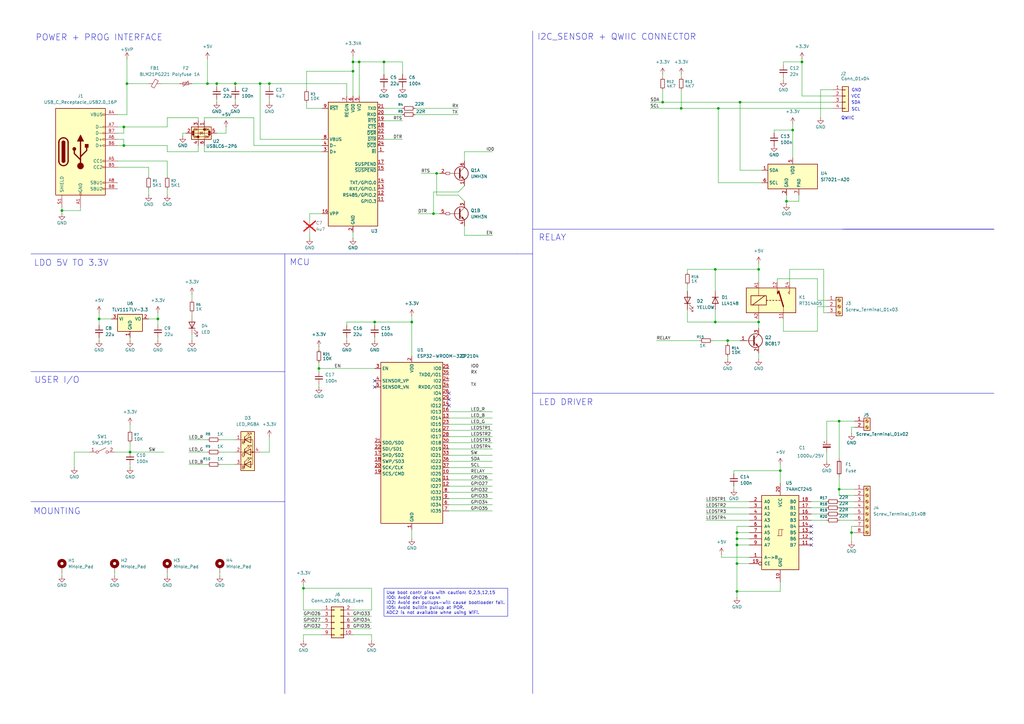
<source format=kicad_sch>
(kicad_sch (version 20250114) (generator "eeschema") (generator_version "9.0")
  (paper "A3")
  (title_block (title "ESP_32") (date "2025-12-25") (rev "1.0") (company "By Jayatharshan"))
  (lib_symbols
    (symbol "74xx:74HC245" (pin_names (offset 1.016))
      (property "Reference" "U" (at -7.62 16.51 0))
      (property "Value" "74HC245" (at -7.62 -16.51 0))
      (symbol "74HC245_1_0"
        (pin tri_state line (at -12.7 12.7 0) (length 5.08) (name "A0") (number "2"))
        (pin tri_state line (at -12.7 10.16 0) (length 5.08) (name "A1") (number "3"))
        (pin tri_state line (at -12.7 7.62 0) (length 5.08) (name "A2") (number "4"))
        (pin tri_state line (at -12.7 5.08 0) (length 5.08) (name "A3") (number "5"))
        (pin tri_state line (at -12.7 2.54 0) (length 5.08) (name "A4") (number "6"))
        (pin tri_state line (at -12.7 0 0) (length 5.08) (name "A5") (number "7"))
        (pin tri_state line (at -12.7 -2.54 0) (length 5.08) (name "A6") (number "8"))
        (pin tri_state line (at -12.7 -5.08 0) (length 5.08) (name "A7") (number "9"))
        (pin input line (at -12.7 -10.16 0) (length 5.08) (name "A->B") (number "1"))
        (pin input inverted (at -12.7 -12.7 0) (length 5.08) (name "CE") (number "19"))
        (pin power_in line (at 0 20.32 270) (length 5.08) (name "VCC") (number "20"))
        (pin power_in line (at 0 -20.32 90) (length 5.08) (name "GND") (number "10"))
        (pin tri_state line (at 12.7 12.7 180) (length 5.08) (name "B0") (number "18"))
        (pin tri_state line (at 12.7 10.16 180) (length 5.08) (name "B1") (number "17"))
        (pin tri_state line (at 12.7 7.62 180) (length 5.08) (name "B2") (number "16"))
        (pin tri_state line (at 12.7 5.08 180) (length 5.08) (name "B3") (number "15"))
        (pin tri_state line (at 12.7 2.54 180) (length 5.08) (name "B4") (number "14"))
        (pin tri_state line (at 12.7 0 180) (length 5.08) (name "B5") (number "13"))
        (pin tri_state line (at 12.7 -2.54 180) (length 5.08) (name "B6") (number "12"))
        (pin tri_state line (at 12.7 -5.08 180) (length 5.08) (name "B7") (number "11"))
      )
    )
    (symbol "Connector:Screw_Terminal_01x02" (pin_names (offset 1.016) (hide yes))
      (property "Reference" "J" (at 0 2.54 0))
      (property "Value" "Screw_Terminal_01x02" (at 0 -5.08 0))
      (symbol "Screw_Terminal_01x02_1_1"
        (pin passive line (at -5.08 0 0) (length 3.81) (name "Pin_1") (number "1"))
        (pin passive line (at -5.08 -2.54 0) (length 3.81) (name "Pin_2") (number "2"))
      )
    )
    (symbol "Connector:Screw_Terminal_01x03" (pin_names (offset 1.016) (hide yes))
      (property "Reference" "J" (at 0 5.08 0))
      (property "Value" "Screw_Terminal_01x03" (at 0 -5.08 0))
      (symbol "Screw_Terminal_01x03_1_1"
        (pin passive line (at -5.08 2.54 0) (length 3.81) (name "Pin_1") (number "1"))
        (pin passive line (at -5.08 0 0) (length 3.81) (name "Pin_2") (number "2"))
        (pin passive line (at -5.08 -2.54 0) (length 3.81) (name "Pin_3") (number "3"))
      )
    )
    (symbol "Connector:Screw_Terminal_01x08" (pin_names (offset 1.016) (hide yes))
      (property "Reference" "J" (at 0 10.16 0))
      (property "Value" "Screw_Terminal_01x08" (at 0 -12.7 0))
      (symbol "Screw_Terminal_01x08_1_1"
        (pin passive line (at -5.08 7.62 0) (length 3.81) (name "Pin_1") (number "1"))
        (pin passive line (at -5.08 5.08 0) (length 3.81) (name "Pin_2") (number "2"))
        (pin passive line (at -5.08 2.54 0) (length 3.81) (name "Pin_3") (number "3"))
        (pin passive line (at -5.08 0 0) (length 3.81) (name "Pin_4") (number "4"))
        (pin passive line (at -5.08 -2.54 0) (length 3.81) (name "Pin_5") (number "5"))
        (pin passive line (at -5.08 -5.08 0) (length 3.81) (name "Pin_6") (number "6"))
        (pin passive line (at -5.08 -7.62 0) (length 3.81) (name "Pin_7") (number "7"))
        (pin passive line (at -5.08 -10.16 0) (length 3.81) (name "Pin_8") (number "8"))
      )
    )
    (symbol "Connector:USB_C_Receptacle_USB2.0_16P" (pin_names (offset 1.016))
      (property "Reference" "J1" (at 0 22.86 0))
      (property "Value" "USB_C_Receptacle_USB2.0_16P" (at 0 20.32 0))
      (symbol "USB_C_Receptacle_USB2.0_16P_1_1"
        (pin passive line (at -7.62 -22.86 90) (length 5.08) (name "SHIELD") (number "S1"))
        (pin passive line (at 0 -22.86 90) (length 5.08) (name "GND") (number "A1"))
        (pin passive line (at 0 -22.86 90) (length 5.08) (hide yes) (name "GND") (number "A12"))
        (pin passive line (at 0 -22.86 90) (length 5.08) (hide yes) (name "GND") (number "B1"))
        (pin passive line (at 0 -22.86 90) (length 5.08) (hide yes) (name "GND") (number "B12"))
        (pin passive line (at 15.24 15.24 180) (length 5.08) (name "VBUS") (number "A4"))
        (pin passive line (at 15.24 15.24 180) (length 5.08) (hide yes) (name "VBUS") (number "A9"))
        (pin passive line (at 15.24 15.24 180) (length 5.08) (hide yes) (name "VBUS") (number "B4"))
        (pin passive line (at 15.24 15.24 180) (length 5.08) (hide yes) (name "VBUS") (number "B9"))
        (pin bidirectional line (at 15.24 10.16 180) (length 5.08) (name "D-") (number "A7"))
        (pin bidirectional line (at 15.24 7.62 180) (length 5.08) (name "D-") (number "B7"))
        (pin bidirectional line (at 15.24 5.08 180) (length 5.08) (name "D+") (number "A6"))
        (pin bidirectional line (at 15.24 2.54 180) (length 5.08) (name "D+") (number "B6"))
        (pin bidirectional line (at 15.24 -3.81 180) (length 5.08) (name "CC1") (number "A5"))
        (pin bidirectional line (at 15.24 -6.35 180) (length 5.08) (name "CC2") (number "B5"))
        (pin bidirectional line (at 15.24 -12.7 180) (length 5.08) (name "SBU1") (number "A8"))
        (pin bidirectional line (at 15.24 -15.24 180) (length 5.08) (name "SBU2") (number "B8"))
      )
    )
    (symbol "Connector_Generic:Conn_01x04" (pin_names (offset 1.016) (hide yes))
      (property "Reference" "J" (at 0 5.08 0))
      (property "Value" "Conn_01x04" (at 0 -7.62 0))
      (symbol "Conn_01x04_1_1"
        (pin passive line (at -5.08 2.54 0) (length 3.81) (name "Pin_1") (number "1"))
        (pin passive line (at -5.08 0 0) (length 3.81) (name "Pin_2") (number "2"))
        (pin passive line (at -5.08 -2.54 0) (length 3.81) (name "Pin_3") (number "3"))
        (pin passive line (at -5.08 -5.08 0) (length 3.81) (name "Pin_4") (number "4"))
      )
    )
    (symbol "Connector_Generic:Conn_02x05_Odd_Even" (pin_names (offset 1.016) (hide yes))
      (property "Reference" "J" (at 1.27 7.62 0))
      (property "Value" "Conn_02x05_Odd_Even" (at 1.27 -7.62 0))
      (symbol "Conn_02x05_Odd_Even_1_1"
        (pin passive line (at -5.08 5.08 0) (length 3.81) (name "Pin_1") (number "1"))
        (pin passive line (at -5.08 2.54 0) (length 3.81) (name "Pin_3") (number "3"))
        (pin passive line (at -5.08 0 0) (length 3.81) (name "Pin_5") (number "5"))
        (pin passive line (at -5.08 -2.54 0) (length 3.81) (name "Pin_7") (number "7"))
        (pin passive line (at -5.08 -5.08 0) (length 3.81) (name "Pin_9") (number "9"))
        (pin passive line (at 7.62 5.08 180) (length 3.81) (name "Pin_2") (number "2"))
        (pin passive line (at 7.62 2.54 180) (length 3.81) (name "Pin_4") (number "4"))
        (pin passive line (at 7.62 0 180) (length 3.81) (name "Pin_6") (number "6"))
        (pin passive line (at 7.62 -2.54 180) (length 3.81) (name "Pin_8") (number "8"))
        (pin passive line (at 7.62 -5.08 180) (length 3.81) (name "Pin_10") (number "10"))
      )
    )
    (symbol "Device:C_Polarized_Small" (pin_numbers (hide yes)) (pin_names (offset 0.254) (hide yes))
      (property "Reference" "C" (at 0.254 1.778 0))
      (property "Value" "C_Polarized_Small" (at 0.254 -2.032 0))
      (symbol "C_Polarized_Small_1_1"
        (pin passive line (at 0 2.54 270) (length 1.8542) (name "~") (number "1"))
        (pin passive line (at 0 -2.54 90) (length 1.8542) (name "~") (number "2"))
      )
    )
    (symbol "Device:C_Small" (pin_numbers (hide yes)) (pin_names (offset 0.254) (hide yes))
      (property "Reference" "C" (at 0.254 1.778 0))
      (property "Value" "C_Small" (at 0.254 -2.032 0))
      (symbol "C_Small_1_1"
        (pin passive line (at 0 2.54 270) (length 2.032) (name "~") (number "1"))
        (pin passive line (at 0 -2.54 90) (length 2.032) (name "~") (number "2"))
      )
    )
    (symbol "Device:FerriteBead_Small" (pin_numbers (hide yes)) (pin_names (offset 0))
      (property "Reference" "FB" (at 1.905 1.27 0))
      (property "Value" "FerriteBead_Small" (at 1.905 -1.27 0))
      (symbol "FerriteBead_Small_1_1"
        (pin passive line (at 0 2.54 270) (length 1.27) (name "~") (number "1"))
        (pin passive line (at 0 -2.54 90) (length 1.27) (name "~") (number "2"))
      )
    )
    (symbol "Device:Fuse" (pin_numbers (hide yes)) (pin_names (offset 0))
      (property "Reference" "F" (at 2.032 0 90))
      (property "Value" "Fuse" (at -1.905 0 90))
      (symbol "Fuse_1_1"
        (pin passive line (at 0 3.81 270) (length 1.27) (name "~") (number "1"))
        (pin passive line (at 0 -3.81 90) (length 1.27) (name "~") (number "2"))
      )
    )
    (symbol "Device:LED" (pin_numbers (hide yes)) (pin_names (offset 1.016) (hide yes))
      (property "Reference" "D" (at 0 2.54 0))
      (property "Value" "LED" (at 0 -2.54 0))
      (symbol "LED_1_1"
        (pin passive line (at -3.81 0 0) (length 2.54) (name "K") (number "1"))
        (pin passive line (at 3.81 0 180) (length 2.54) (name "A") (number "2"))
      )
    )
    (symbol "Device:LED_RGBA" (pin_names (offset 0) (hide yes))
      (property "Reference" "D" (at 0 9.398 0))
      (property "Value" "LED_RGBA" (at 0 -8.89 0))
      (symbol "LED_RGBA_0_0"
        (text "R" (at -1.905 3.81 0) (effects (font (size 1.27 1.27))))
        (text "G" (at -1.905 -1.27 0) (effects (font (size 1.27 1.27))))
        (text "B" (at -1.905 -6.35 0) (effects (font (size 1.27 1.27))))
      )
      (symbol "LED_RGBA_1_1"
        (pin passive line (at -5.08 5.08 0) (length 2.54) (name "RK") (number "1"))
        (pin passive line (at -5.08 0 0) (length 2.54) (name "GK") (number "2"))
        (pin passive line (at -5.08 -5.08 0) (length 2.54) (name "BK") (number "3"))
        (pin passive line (at 5.08 0 180) (length 2.54) (name "A") (number "4"))
      )
    )
    (symbol "Device:Polyfuse_Small" (pin_numbers (hide yes)) (pin_names (offset 0))
      (property "Reference" "F" (at -1.905 0 90))
      (property "Value" "Polyfuse_Small" (at 1.905 0 90))
      (symbol "Polyfuse_Small_1_1"
        (pin passive line (at 0 2.54 270) (length 0.635) (name "~") (number "1"))
        (pin passive line (at 0 -2.54 90) (length 0.635) (name "~") (number "2"))
      )
    )
    (symbol "Device:R_Small" (pin_numbers (hide yes)) (pin_names (offset 0.254) (hide yes))
      (property "Reference" "R" (at 0 0 90))
      (property "Value" "R_Small" (at 1.778 0 90))
      (symbol "R_Small_1_1"
        (pin passive line (at 0 2.54 270) (length 0.762) (name "~") (number "1"))
        (pin passive line (at 0 -2.54 90) (length 0.762) (name "~") (number "2"))
      )
    )
    (symbol "Diode:LL4148" (pin_numbers (hide yes)) (pin_names (hide yes))
      (property "Reference" "D" (at 0 2.54 0))
      (property "Value" "LL4148" (at 0 -2.54 0))
      (symbol "LL4148_1_1"
        (pin passive line (at -3.81 0 0) (length 2.54) (name "K") (number "1"))
        (pin passive line (at 3.81 0 180) (length 2.54) (name "A") (number "2"))
      )
    )
    (symbol "Interface_USB:CP2104"
      (property "Reference" "U" (at -5.08 28.575 0))
      (property "Value" "CP2104" (at -5.08 26.67 0))
      (symbol "CP2104_1_1"
        (pin bidirectional line (at -12.7 22.86 0) (length 2.54) (name "~{RST}") (number "9"))
        (pin input line (at -12.7 10.16 0) (length 2.54) (name "VBUS") (number "8"))
        (pin bidirectional line (at -12.7 7.62 0) (length 2.54) (name "D-") (number "4"))
        (pin bidirectional line (at -12.7 5.08 0) (length 2.54) (name "D+") (number "3"))
        (pin passive line (at -12.7 -20.32 0) (length 2.54) (name "VPP") (number "16"))
        (pin power_in line (at -2.54 27.94 270) (length 2.54) (name "REGIN") (number "7"))
        (pin power_in line (at 0 27.94 270) (length 2.54) (name "VDD") (number "6"))
        (pin power_in line (at 0 -27.94 90) (length 2.54) (name "GND") (number "2"))
        (pin passive line (at 0 -27.94 90) (length 2.54) (hide yes) (name "GND") (number "25"))
        (pin power_in line (at 2.54 27.94 270) (length 2.54) (name "VIO") (number "5"))
        (pin no_connect line (at 10.16 -20.32 180) (length 2.54) (hide yes) (name "NC") (number "10"))
        (pin output line (at 12.7 22.86 180) (length 2.54) (name "TXD") (number "21"))
        (pin input line (at 12.7 20.32 180) (length 2.54) (name "RXD") (number "20"))
        (pin output line (at 12.7 17.78 180) (length 2.54) (name "~{RTS}") (number "19"))
        (pin input line (at 12.7 15.24 180) (length 2.54) (name "~{CTS}") (number "18"))
        (pin input line (at 12.7 12.7 180) (length 2.54) (name "~{DSR}") (number "22"))
        (pin output line (at 12.7 10.16 180) (length 2.54) (name "~{DTR}") (number "23"))
        (pin input line (at 12.7 7.62 180) (length 2.54) (name "~{DCD}") (number "24"))
        (pin input line (at 12.7 5.08 180) (length 2.54) (name "~{RI}") (number "1"))
        (pin output line (at 12.7 0 180) (length 2.54) (name "SUSPEND") (number "17"))
        (pin output line (at 12.7 -2.54 180) (length 2.54) (name "~{SUSPEND}") (number "15"))
        (pin bidirectional line (at 12.7 -7.62 180) (length 2.54) (name "TXT/GPIO.0") (number "14"))
        (pin bidirectional line (at 12.7 -10.16 180) (length 2.54) (name "RXT/GPIO.1") (number "13"))
        (pin bidirectional line (at 12.7 -12.7 180) (length 2.54) (name "RS485/GPIO.2") (number "12"))
        (pin bidirectional line (at 12.7 -15.24 180) (length 2.54) (name "GPIO.3") (number "11"))
      )
    )
    (symbol "Mechanical:MountingHole_Pad" (pin_numbers (hide yes)) (pin_names (offset 1.016) (hide yes)) (in_bom no)
      (property "Reference" "H" (at 0 6.35 0))
      (property "Value" "MountingHole_Pad" (at 0 4.445 0))
      (symbol "MountingHole_Pad_1_1"
        (pin input line (at 0 -2.54 90) (length 2.54) (name "1") (number "1"))
      )
    )
    (symbol "Power_Protection:USBLC6-2P6" (pin_names (hide yes))
      (property "Reference" "U" (at 0.635 5.715 0))
      (property "Value" "USBLC6-2P6" (at 0.635 3.81 0))
      (symbol "USBLC6-2P6_1_1"
        (pin passive line (at -5.08 0 0) (length 2.54) (name "I/O1") (number "1"))
        (pin passive line (at -5.08 -2.54 0) (length 2.54) (name "I/O2") (number "3"))
        (pin passive line (at 0 5.08 270) (length 2.54) (name "VBUS") (number "5"))
        (pin passive line (at 0 -7.62 90) (length 2.54) (name "GND") (number "2"))
        (pin passive line (at 5.08 0 180) (length 2.54) (name "I/O1") (number "6"))
        (pin passive line (at 5.08 -2.54 180) (length 2.54) (name "I/O2") (number "4"))
      )
    )
    (symbol "RF_Module:ESP32-WROOM-32D"
      (property "Reference" "U" (at -12.7 34.29 0))
      (property "Value" "ESP32-WROOM-32D" (at 1.27 34.29 0))
      (symbol "ESP32-WROOM-32D_1_1"
        (pin input line (at -15.24 30.48 0) (length 2.54) (name "EN") (number "3"))
        (pin input line (at -15.24 25.4 0) (length 2.54) (name "SENSOR_VP") (number "4"))
        (pin input line (at -15.24 22.86 0) (length 2.54) (name "SENSOR_VN") (number "5"))
        (pin bidirectional line (at -15.24 0 0) (length 2.54) (name "SDO/SD0") (number "21"))
        (pin bidirectional line (at -15.24 -2.54 0) (length 2.54) (name "SDI/SD1") (number "22"))
        (pin bidirectional line (at -15.24 -5.08 0) (length 2.54) (name "SHD/SD2") (number "17"))
        (pin bidirectional line (at -15.24 -7.62 0) (length 2.54) (name "SWP/SD3") (number "18"))
        (pin bidirectional line (at -15.24 -10.16 0) (length 2.54) (name "SCK/CLK") (number "20"))
        (pin bidirectional line (at -15.24 -12.7 0) (length 2.54) (name "SCS/CMD") (number "19"))
        (pin no_connect line (at -12.7 -27.94 0) (length 2.54) (hide yes) (name "NC") (number "32"))
        (pin power_in line (at 0 35.56 270) (length 2.54) (name "VDD") (number "2"))
        (pin power_in line (at 0 -35.56 90) (length 2.54) (name "GND") (number "1"))
        (pin passive line (at 0 -35.56 90) (length 2.54) (hide yes) (name "GND") (number "15"))
        (pin passive line (at 0 -35.56 90) (length 2.54) (hide yes) (name "GND") (number "38"))
        (pin passive line (at 0 -35.56 90) (length 2.54) (hide yes) (name "GND") (number "39"))
        (pin bidirectional line (at 15.24 30.48 180) (length 2.54) (name "IO0") (number "25"))
        (pin bidirectional line (at 15.24 27.94 180) (length 2.54) (name "TXD0/IO1") (number "35"))
        (pin bidirectional line (at 15.24 25.4 180) (length 2.54) (name "IO2") (number "24"))
        (pin bidirectional line (at 15.24 22.86 180) (length 2.54) (name "RXD0/IO3") (number "34"))
        (pin bidirectional line (at 15.24 20.32 180) (length 2.54) (name "IO4") (number "26"))
        (pin bidirectional line (at 15.24 17.78 180) (length 2.54) (name "IO5") (number "29"))
        (pin bidirectional line (at 15.24 15.24 180) (length 2.54) (name "IO12") (number "14"))
        (pin bidirectional line (at 15.24 12.7 180) (length 2.54) (name "IO13") (number "16"))
        (pin bidirectional line (at 15.24 10.16 180) (length 2.54) (name "IO14") (number "13"))
        (pin bidirectional line (at 15.24 7.62 180) (length 2.54) (name "IO15") (number "23"))
        (pin bidirectional line (at 15.24 5.08 180) (length 2.54) (name "IO16") (number "27"))
        (pin bidirectional line (at 15.24 2.54 180) (length 2.54) (name "IO17") (number "28"))
        (pin bidirectional line (at 15.24 0 180) (length 2.54) (name "IO18") (number "30"))
        (pin bidirectional line (at 15.24 -2.54 180) (length 2.54) (name "IO19") (number "31"))
        (pin bidirectional line (at 15.24 -5.08 180) (length 2.54) (name "IO21") (number "33"))
        (pin bidirectional line (at 15.24 -7.62 180) (length 2.54) (name "IO22") (number "36"))
        (pin bidirectional line (at 15.24 -10.16 180) (length 2.54) (name "IO23") (number "37"))
        (pin bidirectional line (at 15.24 -12.7 180) (length 2.54) (name "IO25") (number "10"))
        (pin bidirectional line (at 15.24 -15.24 180) (length 2.54) (name "IO26") (number "11"))
        (pin bidirectional line (at 15.24 -17.78 180) (length 2.54) (name "IO27") (number "12"))
        (pin bidirectional line (at 15.24 -20.32 180) (length 2.54) (name "IO32") (number "8"))
        (pin bidirectional line (at 15.24 -22.86 180) (length 2.54) (name "IO33") (number "9"))
        (pin input line (at 15.24 -25.4 180) (length 2.54) (name "IO34") (number "6"))
        (pin input line (at 15.24 -27.94 180) (length 2.54) (name "IO35") (number "7"))
      )
    )
    (symbol "Regulator_Linear:LM1117MP-3.3"
      (property "Reference" "U" (at -3.81 3.175 0))
      (property "Value" "LM1117MP-3.3" (at 0 3.175 0))
      (symbol "LM1117MP-3.3_1_1"
        (pin power_in line (at -7.62 0 0) (length 2.54) (name "VI") (number "3"))
        (pin power_in line (at 0 -7.62 90) (length 2.54) (name "GND") (number "1"))
        (pin power_out line (at 7.62 0 180) (length 2.54) (name "VO") (number "2"))
      )
    )
    (symbol "Relay:RT314A05"
      (property "Reference" "K" (at 11.43 3.81 0))
      (property "Value" "RT314A05" (at 11.43 1.27 0))
      (symbol "RT314A05_1_1"
        (pin passive line (at -5.08 7.62 270) (length 2.54) (name "~") (number "A1"))
        (pin passive line (at -5.08 -7.62 90) (length 2.54) (name "~") (number "A2"))
        (pin passive line (at 2.54 7.62 270) (length 2.54) (name "~") (number "12"))
        (pin passive line (at 5.08 -7.62 90) (length 2.54) (name "~") (number "11"))
        (pin passive line (at 7.62 7.62 270) (length 2.54) (name "~") (number "14"))
      )
    )
    (symbol "Sensor_Humidity:Si7021-A20"
      (property "Reference" "U" (at -5.08 7.62 0))
      (property "Value" "Si7021-A20" (at -10.16 10.16 0))
      (symbol "Si7021-A20_1_1"
        (pin bidirectional line (at -12.7 2.54 0) (length 2.54) (name "SDA") (number "1"))
        (pin input line (at -12.7 -2.54 0) (length 2.54) (name "SCL") (number "6"))
        (pin power_in line (at -2.54 -7.62 90) (length 2.54) (name "GND") (number "2"))
        (pin power_in line (at 0 7.62 270) (length 2.54) (name "VDD") (number "5"))
        (pin passive line (at 2.54 -7.62 90) (length 2.54) (name "PAD") (number "7"))
        (pin no_connect line (at 10.16 2.54 180) (length 2.54) (hide yes) (name "NC") (number "3"))
        (pin no_connect line (at 10.16 -2.54 180) (length 2.54) (hide yes) (name "NC") (number "4"))
      )
    )
    (symbol "Switch:SW_SPST" (pin_names (offset 0) (hide yes))
      (property "Reference" "SW" (at 0 3.175 0))
      (property "Value" "SW_SPST" (at 0 -2.54 0))
      (symbol "SW_SPST_1_1"
        (pin passive line (at -5.08 0 0) (length 2.54) (name "A") (number "1"))
        (pin passive line (at 5.08 0 180) (length 2.54) (name "B") (number "2"))
      )
    )
    (symbol "Transistor_BJT:BC817" (pin_names (offset 0) (hide yes))
      (property "Reference" "Q" (at 5.08 1.905 0))
      (property "Value" "BC817" (at 5.08 0 0))
      (symbol "BC817_1_1"
        (pin input line (at -5.08 0 0) (length 2.54) (name "B") (number "1"))
        (pin passive line (at 2.54 5.08 270) (length 2.54) (name "C") (number "3"))
        (pin passive line (at 2.54 -5.08 90) (length 2.54) (name "E") (number "2"))
      )
    )
    (symbol "Transistor_BJT:UMH3N" (pin_names (hide yes))
      (property "Reference" "Q" (at 7.62 1.27 0))
      (property "Value" "UMH3N" (at 7.62 -1.27 0))
      (symbol "UMH3N_1_1"
        (pin input line (at -8.89 0 0) (length 2.54) (name "B1") (number "2"))
        (pin passive line (at 1.27 5.08 270) (length 2.54) (name "C1") (number "6"))
        (pin passive line (at 1.27 -5.08 90) (length 2.54) (name "E1") (number "1"))
      )
      (symbol "UMH3N_2_1"
        (pin input line (at -8.89 0 0) (length 2.54) (name "B2") (number "5"))
        (pin passive line (at 1.27 5.08 270) (length 2.54) (name "C2") (number "3"))
        (pin passive line (at 1.27 -5.08 90) (length 2.54) (name "E2") (number "4"))
      )
    )
    (symbol "power:+3.3V" (power) (pin_numbers (hide yes)) (pin_names (offset 0) (hide yes))
      (property "Value" "+3.3V" (at 0 3.556 0))
      (symbol "+3.3V_1_1"
        (pin power_in line (at 0 0 90) (length 0) (name "~") (number "1"))
      )
    )
    (symbol "power:+3.3VA" (power) (pin_numbers (hide yes)) (pin_names (offset 0) (hide yes))
      (property "Value" "+3.3VA" (at 0 3.556 0))
      (symbol "+3.3VA_1_1"
        (pin power_in line (at 0 0 90) (length 0) (name "~") (number "1"))
      )
    )
    (symbol "power:+5V" (power) (pin_numbers (hide yes)) (pin_names (offset 0) (hide yes))
      (property "Value" "+5V" (at 0 3.556 0))
      (symbol "+5V_1_1"
        (pin power_in line (at 0 0 90) (length 0) (name "~") (number "1"))
      )
    )
    (symbol "power:+5VP" (power) (pin_numbers (hide yes)) (pin_names (offset 0) (hide yes))
      (property "Value" "+5VP" (at 0 3.556 0))
      (symbol "+5VP_1_1"
        (pin power_in line (at 0 0 90) (length 0) (name "~") (number "1"))
      )
    )
    (symbol "power:GND" (power) (pin_numbers (hide yes)) (pin_names (offset 0) (hide yes))
      (property "Value" "GND" (at 0 -3.81 0))
      (symbol "GND_1_1"
        (pin power_in line (at 0 0 270) (length 0) (name "~") (number "1"))
      )
    )
  )
  (text "MOUNTING\n" (at 23.368 209.804 0) (effects (font (size 2.54 2.54))))
  (text "POWER + PROG INTERFACE" (at 40.64 15.494 0) (effects (font (size 2.54 2.54))))
  (text "GND" (at 351.282 37.084 0) (effects (font (size 1.27 1.27))))
  (text "LDO 5V TO 3.3V\n" (at 29.21 107.95 0) (effects (font (size 2.54 2.54))))
  (text "I2C_SENSOR + QWIIC CONNECTOR" (at 252.984 15.24 0) (effects (font (size 2.54 2.54))))
  (text "QWIIC" (at 347.726 48.514 0) (effects (font (size 1.27 1.27))))
  (text "MCU" (at 122.936 107.696 0) (effects (font (size 2.54 2.54))))
  (text "LED DRIVER" (at 232.156 165.1 0) (effects (font (size 2.54 2.54))))
  (text "SDA\n" (at 351.028 42.164 0) (effects (font (size 1.27 1.27))))
  (text "SCL\n\n\n" (at 351.028 46.99 0) (effects (font (size 1.27 1.27))))
  (text "RELAY" (at 226.568 97.536 0) (effects (font (size 2.54 2.54))))
  (text "USER I/O" (at 23.368 155.956 0) (effects (font (size 2.54 2.54))))
  (text "VCC" (at 351.028 39.624 0) (effects (font (size 1.27 1.27))))
  (text_box "Use boot contr pins with caution: 0,2,5,12,15\nIO0: Avoid device conn\nIO2: Avoid ext pullups-will cause bootloader fail.\nIO5: Avoid builtin pullup at POR.\nADC2 is not available whne using WiFi." (at 157.48 241.3 0) (size 50.8 11.43) (margins 0.9525 0.9525 0.9525 0.9525) (effects (font (size 1.27 1.27)) (justify left top)))
  (junction (at 302.26 223.52))
  (junction (at 53.34 185.42))
  (junction (at 302.26 220.98))
  (junction (at 50.8 59.69))
  (junction (at 349.25 218.44))
  (junction (at 25.4 86.36))
  (junction (at 294.64 44.45))
  (junction (at 153.67 132.08))
  (junction (at 64.77 130.81))
  (junction (at 322.58 82.55))
  (junction (at 303.53 41.91))
  (junction (at 293.37 110.49))
  (junction (at 311.15 110.49))
  (junction (at 179.07 71.12))
  (junction (at 130.81 151.13))
  (junction (at 168.91 132.08))
  (junction (at 147.32 25.4))
  (junction (at 144.78 25.4))
  (junction (at 88.9 34.29))
  (junction (at 40.64 130.81))
  (junction (at 96.52 34.29))
  (junction (at 302.26 231.14))
  (junction (at 344.17 172.72))
  (junction (at 293.37 132.08))
  (junction (at 298.45 139.7))
  (junction (at 177.8 87.63))
  (junction (at 271.78 41.91))
  (junction (at 279.4 44.45))
  (junction (at 157.48 25.4))
  (junction (at 302.26 218.44))
  (junction (at 50.8 52.07))
  (junction (at 52.07 34.29))
  (junction (at 124.46 241.3))
  (junction (at 311.15 132.08))
  (junction (at 344.17 200.66))
  (junction (at 85.09 34.29))
  (junction (at 110.49 34.29))
  (junction (at 325.12 53.34))
  (junction (at 320.04 193.04))
  (junction (at 106.68 34.29))
  (junction (at 328.93 25.4))
  (junction (at 302.26 242.57))
  (junction (at 144.78 29.21))
  (no_connect (at 153.67 158.75))
  (no_connect (at 184.15 163.83))
  (no_connect (at 332.74 220.98))
  (no_connect (at 332.74 218.44))
  (no_connect (at 332.74 223.52))
  (no_connect (at 332.74 215.9))
  (no_connect (at 184.15 161.29))
  (no_connect (at 153.67 156.21))
  (no_connect (at 184.15 166.37))
  (wire (pts (xy 177.8 78.74) (xy 177.8 87.63)))
  (wire (pts (xy 332.74 208.28) (xy 339.09 208.28)))
  (wire (pts (xy 157.48 57.15) (xy 165.1 57.15)))
  (wire (pts (xy 40.64 130.81) (xy 45.72 130.81)))
  (wire (pts (xy 302.26 218.44) (xy 302.26 220.98)))
  (wire (pts (xy 302.26 220.98) (xy 302.26 223.52)))
  (wire (pts (xy 344.17 205.74) (xy 350.52 205.74)))
  (wire (pts (xy 132.08 57.15) (xy 106.68 57.15)))
  (wire (pts (xy 157.48 25.4) (xy 165.1 25.4)))
  (wire (pts (xy 170.18 46.99) (xy 187.96 46.99)))
  (wire (pts (xy 147.32 25.4) (xy 157.48 25.4)))
  (wire (pts (xy 184.15 179.07) (xy 201.93 179.07)))
  (wire (pts (xy 157.48 49.53) (xy 165.1 49.53)))
  (wire (pts (xy 68.58 59.69) (xy 50.8 59.69)))
  (wire (pts (xy 81.28 48.26) (xy 68.58 48.26)))
  (wire (pts (xy 298.45 139.7) (xy 303.53 139.7)))
  (wire (pts (xy 302.26 218.44) (xy 307.34 218.44)))
  (wire (pts (xy 179.07 71.12) (xy 179.07 80.01)))
  (wire (pts (xy 127 95.25) (xy 127 97.79)))
  (wire (pts (xy 184.15 209.55) (xy 201.93 209.55)))
  (polyline (pts (xy 218.44 93.98) (xy 407.67 93.98)))
  (wire (pts (xy 298.45 140.97) (xy 298.45 139.7)))
  (wire (pts (xy 300.99 199.39) (xy 300.99 200.66)))
  (wire (pts (xy 177.8 78.74) (xy 187.96 78.74)))
  (wire (pts (xy 153.67 132.08) (xy 168.91 132.08)))
  (polyline (pts (xy 212.09 104.14) (xy 218.44 104.14)))
  (wire (pts (xy 289.56 213.36) (xy 307.34 213.36)))
  (wire (pts (xy 281.94 116.84) (xy 281.94 119.38)))
  (wire (pts (xy 130.81 151.13) (xy 153.67 151.13)))
  (wire (pts (xy 125.73 44.45) (xy 132.08 44.45)))
  (wire (pts (xy 64.77 138.43) (xy 64.77 139.7)))
  (wire (pts (xy 184.15 173.99) (xy 201.93 173.99)))
  (wire (pts (xy 52.07 24.13) (xy 52.07 34.29)))
  (wire (pts (xy 92.71 52.07) (xy 92.71 54.61)))
  (wire (pts (xy 53.34 190.5) (xy 53.34 191.77)))
  (wire (pts (xy 289.56 208.28) (xy 307.34 208.28)))
  (wire (pts (xy 266.7 41.91) (xy 271.78 41.91)))
  (wire (pts (xy 311.15 132.08) (xy 311.15 134.62)))
  (wire (pts (xy 81.28 49.53) (xy 81.28 48.26)))
  (wire (pts (xy 85.09 24.13) (xy 85.09 34.29)))
  (wire (pts (xy 168.91 129.54) (xy 168.91 132.08)))
  (wire (pts (xy 106.68 185.42) (xy 110.49 185.42)))
  (wire (pts (xy 124.46 260.35) (xy 132.08 260.35)))
  (wire (pts (xy 321.31 31.75) (xy 321.31 33.02)))
  (wire (pts (xy 90.17 185.42) (xy 96.52 185.42)))
  (wire (pts (xy 184.15 196.85) (xy 201.93 196.85)))
  (wire (pts (xy 349.25 177.8) (xy 349.25 175.26)))
  (wire (pts (xy 52.07 34.29) (xy 52.07 46.99)))
  (wire (pts (xy 48.26 57.15) (xy 50.8 57.15)))
  (wire (pts (xy 303.53 69.85) (xy 303.53 41.91)))
  (wire (pts (xy 293.37 132.08) (xy 311.15 132.08)))
  (wire (pts (xy 294.64 74.93) (xy 312.42 74.93)))
  (wire (pts (xy 184.15 199.39) (xy 201.93 199.39)))
  (wire (pts (xy 279.4 36.83) (xy 279.4 44.45)))
  (wire (pts (xy 144.78 250.19) (xy 152.4 250.19)))
  (wire (pts (xy 335.28 114.3) (xy 335.28 123.19)))
  (wire (pts (xy 350.52 215.9) (xy 349.25 215.9)))
  (wire (pts (xy 33.02 85.09) (xy 33.02 86.36)))
  (wire (pts (xy 344.17 210.82) (xy 350.52 210.82)))
  (wire (pts (xy 344.17 172.72) (xy 350.52 172.72)))
  (wire (pts (xy 190.5 66.04) (xy 190.5 62.23)))
  (wire (pts (xy 52.07 34.29) (xy 60.96 34.29)))
  (wire (pts (xy 25.4 85.09) (xy 25.4 86.36)))
  (wire (pts (xy 295.91 227.33) (xy 295.91 228.6)))
  (wire (pts (xy 68.58 62.23) (xy 68.58 59.69)))
  (wire (pts (xy 104.14 59.69) (xy 132.08 59.69)))
  (wire (pts (xy 104.14 48.26) (xy 104.14 59.69)))
  (wire (pts (xy 293.37 127) (xy 293.37 132.08)))
  (wire (pts (xy 293.37 110.49) (xy 311.15 110.49)))
  (wire (pts (xy 33.02 86.36) (xy 25.4 86.36)))
  (wire (pts (xy 68.58 234.95) (xy 68.58 236.22)))
  (wire (pts (xy 182.88 153.67) (xy 184.15 153.67)))
  (wire (pts (xy 339.09 180.34) (xy 339.09 172.72)))
  (wire (pts (xy 302.26 245.11) (xy 302.26 242.57)))
  (wire (pts (xy 271.78 30.48) (xy 271.78 31.75)))
  (wire (pts (xy 179.07 71.12) (xy 180.34 71.12)))
  (wire (pts (xy 294.64 44.45) (xy 341.63 44.45)))
  (wire (pts (xy 76.2 54.61) (xy 74.93 54.61)))
  (wire (pts (xy 125.73 41.91) (xy 125.73 44.45)))
  (wire (pts (xy 184.15 201.93) (xy 201.93 201.93)))
  (wire (pts (xy 349.25 218.44) (xy 349.25 222.25)))
  (wire (pts (xy 300.99 193.04) (xy 320.04 193.04)))
  (wire (pts (xy 266.7 44.45) (xy 279.4 44.45)))
  (wire (pts (xy 328.93 25.4) (xy 328.93 39.37)))
  (wire (pts (xy 152.4 241.3) (xy 124.46 241.3)))
  (wire (pts (xy 83.82 62.23) (xy 132.08 62.23)))
  (wire (pts (xy 320.04 190.5) (xy 320.04 193.04)))
  (wire (pts (xy 321.31 26.67) (xy 321.31 25.4)))
  (wire (pts (xy 125.73 29.21) (xy 144.78 29.21)))
  (wire (pts (xy 170.18 44.45) (xy 187.96 44.45)))
  (wire (pts (xy 344.17 213.36) (xy 350.52 213.36)))
  (wire (pts (xy 78.74 137.16) (xy 78.74 139.7)))
  (wire (pts (xy 78.74 120.65) (xy 78.74 123.19)))
  (wire (pts (xy 335.28 135.89) (xy 321.31 135.89)))
  (wire (pts (xy 142.24 34.29) (xy 110.49 34.29)))
  (wire (pts (xy 83.82 49.53) (xy 83.82 48.26)))
  (wire (pts (xy 350.52 203.2) (xy 344.17 203.2)))
  (wire (pts (xy 157.48 25.4) (xy 157.48 30.48)))
  (wire (pts (xy 96.52 34.29) (xy 96.52 35.56)))
  (wire (pts (xy 302.26 220.98) (xy 307.34 220.98)))
  (wire (pts (xy 344.17 208.28) (xy 350.52 208.28)))
  (wire (pts (xy 46.99 234.95) (xy 46.99 236.22)))
  (wire (pts (xy 48.26 66.04) (xy 68.58 66.04)))
  (wire (pts (xy 349.25 175.26) (xy 350.52 175.26)))
  (wire (pts (xy 184.15 181.61) (xy 201.93 181.61)))
  (wire (pts (xy 279.4 30.48) (xy 279.4 31.75)))
  (wire (pts (xy 279.4 44.45) (xy 294.64 44.45)))
  (wire (pts (xy 302.26 223.52) (xy 302.26 231.14)))
  (wire (pts (xy 190.5 96.52) (xy 201.93 96.52)))
  (wire (pts (xy 30.48 185.42) (xy 36.83 185.42)))
  (wire (pts (xy 144.78 257.81) (xy 152.4 257.81)))
  (wire (pts (xy 281.94 110.49) (xy 293.37 110.49)))
  (wire (pts (xy 311.15 130.81) (xy 311.15 132.08)))
  (wire (pts (xy 184.15 189.23) (xy 201.93 189.23)))
  (wire (pts (xy 74.93 54.61) (xy 74.93 55.88)))
  (wire (pts (xy 124.46 241.3) (xy 124.46 240.03)))
  (wire (pts (xy 68.58 48.26) (xy 68.58 52.07)))
  (wire (pts (xy 40.64 138.43) (xy 40.64 139.7)))
  (wire (pts (xy 130.81 142.24) (xy 130.81 143.51)))
  (wire (pts (xy 344.17 187.96) (xy 344.17 172.72)))
  (wire (pts (xy 152.4 260.35) (xy 152.4 262.89)))
  (wire (pts (xy 321.31 135.89) (xy 321.31 130.81)))
  (wire (pts (xy 88.9 34.29) (xy 85.09 34.29)))
  (wire (pts (xy 337.82 128.27) (xy 339.09 128.27)))
  (wire (pts (xy 293.37 119.38) (xy 293.37 110.49)))
  (wire (pts (xy 81.28 62.23) (xy 68.58 62.23)))
  (wire (pts (xy 311.15 110.49) (xy 311.15 115.57)))
  (wire (pts (xy 153.67 133.35) (xy 153.67 132.08)))
  (wire (pts (xy 90.17 190.5) (xy 96.52 190.5)))
  (wire (pts (xy 90.17 234.95) (xy 90.17 236.22)))
  (wire (pts (xy 269.24 139.7) (xy 287.02 139.7)))
  (wire (pts (xy 144.78 25.4) (xy 147.32 25.4)))
  (wire (pts (xy 144.78 22.86) (xy 144.78 25.4)))
  (wire (pts (xy 77.47 185.42) (xy 85.09 185.42)))
  (wire (pts (xy 322.58 80.01) (xy 322.58 82.55)))
  (wire (pts (xy 289.56 205.74) (xy 307.34 205.74)))
  (wire (pts (xy 127 87.63) (xy 127 90.17)))
  (wire (pts (xy 303.53 41.91) (xy 341.63 41.91)))
  (polyline (pts (xy 116.84 152.4) (xy 12.7 152.4)))
  (wire (pts (xy 142.24 133.35) (xy 142.24 132.08)))
  (wire (pts (xy 142.24 138.43) (xy 142.24 139.7)))
  (wire (pts (xy 157.48 46.99) (xy 165.1 46.99)))
  (wire (pts (xy 307.34 231.14) (xy 302.26 231.14)))
  (wire (pts (xy 124.46 257.81) (xy 132.08 257.81)))
  (wire (pts (xy 332.74 210.82) (xy 339.09 210.82)))
  (wire (pts (xy 77.47 180.34) (xy 85.09 180.34)))
  (wire (pts (xy 328.93 25.4) (xy 328.93 24.13)))
  (wire (pts (xy 46.99 185.42) (xy 53.34 185.42)))
  (wire (pts (xy 271.78 41.91) (xy 303.53 41.91)))
  (wire (pts (xy 124.46 250.19) (xy 124.46 241.3)))
  (polyline (pts (xy 218.44 12.7) (xy 218.44 104.14)))
  (wire (pts (xy 124.46 260.35) (xy 124.46 262.89)))
  (polyline (pts (xy 218.44 161.29) (xy 407.67 161.29)))
  (wire (pts (xy 124.46 252.73) (xy 132.08 252.73)))
  (wire (pts (xy 318.77 114.3) (xy 335.28 114.3)))
  (wire (pts (xy 327.66 80.01) (xy 327.66 82.55)))
  (wire (pts (xy 168.91 217.17) (xy 168.91 220.98)))
  (wire (pts (xy 66.04 34.29) (xy 73.66 34.29)))
  (wire (pts (xy 106.68 57.15) (xy 106.68 34.29)))
  (wire (pts (xy 60.96 130.81) (xy 64.77 130.81)))
  (wire (pts (xy 271.78 36.83) (xy 271.78 41.91)))
  (wire (pts (xy 184.15 204.47) (xy 201.93 204.47)))
  (wire (pts (xy 53.34 181.61) (xy 53.34 185.42)))
  (wire (pts (xy 298.45 146.05) (xy 298.45 147.32)))
  (wire (pts (xy 317.5 53.34) (xy 325.12 53.34)))
  (wire (pts (xy 110.49 34.29) (xy 106.68 34.29)))
  (wire (pts (xy 90.17 180.34) (xy 96.52 180.34)))
  (wire (pts (xy 190.5 92.71) (xy 190.5 96.52)))
  (wire (pts (xy 190.5 76.2) (xy 187.96 78.74)))
  (wire (pts (xy 307.34 215.9) (xy 302.26 215.9)))
  (wire (pts (xy 53.34 185.42) (xy 67.31 185.42)))
  (wire (pts (xy 184.15 186.69) (xy 201.93 186.69)))
  (wire (pts (xy 312.42 69.85) (xy 303.53 69.85)))
  (wire (pts (xy 85.09 34.29) (xy 78.74 34.29)))
  (wire (pts (xy 323.85 110.49) (xy 337.82 110.49)))
  (wire (pts (xy 77.47 190.5) (xy 85.09 190.5)))
  (wire (pts (xy 25.4 234.95) (xy 25.4 236.22)))
  (wire (pts (xy 83.82 48.26) (xy 104.14 48.26)))
  (wire (pts (xy 332.74 205.74) (xy 339.09 205.74)))
  (wire (pts (xy 88.9 40.64) (xy 88.9 41.91)))
  (wire (pts (xy 50.8 54.61) (xy 48.26 54.61)))
  (wire (pts (xy 302.26 231.14) (xy 302.26 242.57)))
  (wire (pts (xy 337.82 110.49) (xy 337.82 128.27)))
  (wire (pts (xy 281.94 111.76) (xy 281.94 110.49)))
  (wire (pts (xy 171.45 87.63) (xy 177.8 87.63)))
  (wire (pts (xy 64.77 130.81) (xy 64.77 133.35)))
  (wire (pts (xy 341.63 36.83) (xy 336.55 36.83)))
  (wire (pts (xy 332.74 213.36) (xy 339.09 213.36)))
  (wire (pts (xy 335.28 123.19) (xy 339.09 123.19)))
  (wire (pts (xy 281.94 127) (xy 281.94 132.08)))
  (wire (pts (xy 60.96 77.47) (xy 60.96 80.01)))
  (wire (pts (xy 153.67 138.43) (xy 153.67 139.7)))
  (wire (pts (xy 184.15 171.45) (xy 201.93 171.45)))
  (wire (pts (xy 349.25 218.44) (xy 350.52 218.44)))
  (wire (pts (xy 302.26 242.57) (xy 320.04 242.57)))
  (wire (pts (xy 320.04 242.57) (xy 320.04 238.76)))
  (wire (pts (xy 50.8 52.07) (xy 50.8 54.61)))
  (wire (pts (xy 25.4 87.63) (xy 25.4 86.36)))
  (wire (pts (xy 344.17 200.66) (xy 344.17 195.58)))
  (wire (pts (xy 172.72 71.12) (xy 179.07 71.12)))
  (wire (pts (xy 325.12 50.8) (xy 325.12 53.34)))
  (wire (pts (xy 68.58 52.07) (xy 50.8 52.07)))
  (wire (pts (xy 328.93 39.37) (xy 341.63 39.37)))
  (wire (pts (xy 64.77 128.27) (xy 64.77 130.81)))
  (wire (pts (xy 335.28 125.73) (xy 335.28 135.89)))
  (wire (pts (xy 68.58 66.04) (xy 68.58 72.39)))
  (wire (pts (xy 40.64 133.35) (xy 40.64 130.81)))
  (wire (pts (xy 81.28 59.69) (xy 81.28 62.23)))
  (wire (pts (xy 311.15 144.78) (xy 311.15 147.32)))
  (wire (pts (xy 127 87.63) (xy 132.08 87.63)))
  (wire (pts (xy 147.32 25.4) (xy 147.32 39.37)))
  (wire (pts (xy 184.15 207.01) (xy 201.93 207.01)))
  (wire (pts (xy 142.24 132.08) (xy 153.67 132.08)))
  (polyline (pts (xy 346.71 93.98) (xy 407.67 93.98)))
  (wire (pts (xy 83.82 59.69) (xy 83.82 62.23)))
  (wire (pts (xy 52.07 46.99) (xy 48.26 46.99)))
  (wire (pts (xy 320.04 193.04) (xy 320.04 198.12)))
  (wire (pts (xy 289.56 210.82) (xy 307.34 210.82)))
  (wire (pts (xy 295.91 228.6) (xy 307.34 228.6)))
  (wire (pts (xy 50.8 57.15) (xy 50.8 59.69)))
  (wire (pts (xy 336.55 36.83) (xy 336.55 48.26)))
  (wire (pts (xy 53.34 138.43) (xy 53.34 139.7)))
  (polyline (pts (xy 12.7 104.14) (xy 212.09 104.14)))
  (wire (pts (xy 130.81 148.59) (xy 130.81 151.13)))
  (wire (pts (xy 60.96 68.58) (xy 60.96 72.39)))
  (wire (pts (xy 322.58 82.55) (xy 327.66 82.55)))
  (wire (pts (xy 184.15 168.91) (xy 201.93 168.91)))
  (wire (pts (xy 325.12 53.34) (xy 325.12 64.77)))
  (wire (pts (xy 125.73 36.83) (xy 125.73 29.21)))
  (wire (pts (xy 132.08 250.19) (xy 124.46 250.19)))
  (wire (pts (xy 292.1 139.7) (xy 298.45 139.7)))
  (wire (pts (xy 48.26 52.07) (xy 50.8 52.07)))
  (wire (pts (xy 190.5 82.55) (xy 187.96 80.01)))
  (wire (pts (xy 339.09 125.73) (xy 335.28 125.73)))
  (wire (pts (xy 339.09 185.42) (xy 339.09 189.23)))
  (wire (pts (xy 144.78 260.35) (xy 152.4 260.35)))
  (wire (pts (xy 144.78 255.27) (xy 152.4 255.27)))
  (wire (pts (xy 157.48 44.45) (xy 165.1 44.45)))
  (wire (pts (xy 110.49 185.42) (xy 110.49 179.07)))
  (wire (pts (xy 88.9 34.29) (xy 88.9 35.56)))
  (wire (pts (xy 300.99 194.31) (xy 300.99 193.04)))
  (wire (pts (xy 96.52 40.64) (xy 96.52 41.91)))
  (wire (pts (xy 144.78 95.25) (xy 144.78 97.79)))
  (wire (pts (xy 53.34 173.99) (xy 53.34 176.53)))
  (wire (pts (xy 92.71 54.61) (xy 88.9 54.61)))
  (wire (pts (xy 179.07 80.01) (xy 187.96 80.01)))
  (wire (pts (xy 78.74 128.27) (xy 78.74 129.54)))
  (wire (pts (xy 152.4 250.19) (xy 152.4 241.3)))
  (wire (pts (xy 168.91 132.08) (xy 168.91 146.05)))
  (wire (pts (xy 294.64 74.93) (xy 294.64 44.45)))
  (wire (pts (xy 323.85 115.57) (xy 323.85 110.49)))
  (wire (pts (xy 184.15 191.77) (xy 201.93 191.77)))
  (wire (pts (xy 318.77 115.57) (xy 318.77 114.3)))
  (polyline (pts (xy 12.7 205.74) (xy 116.84 205.74)))
  (polyline (pts (xy 116.84 104.14) (xy 116.84 284.48)))
  (wire (pts (xy 124.46 255.27) (xy 132.08 255.27)))
  (wire (pts (xy 184.15 176.53) (xy 201.93 176.53)))
  (wire (pts (xy 339.09 172.72) (xy 344.17 172.72)))
  (wire (pts (xy 106.68 34.29) (xy 96.52 34.29)))
  (wire (pts (xy 344.17 200.66) (xy 350.52 200.66)))
  (polyline (pts (xy 218.44 104.14) (xy 218.44 284.48)))
  (wire (pts (xy 281.94 132.08) (xy 293.37 132.08)))
  (wire (pts (xy 177.8 87.63) (xy 180.34 87.63)))
  (wire (pts (xy 142.24 34.29) (xy 142.24 39.37)))
  (wire (pts (xy 165.1 25.4) (xy 165.1 30.48)))
  (wire (pts (xy 50.8 59.69) (xy 48.26 59.69)))
  (wire (pts (xy 190.5 62.23) (xy 201.93 62.23)))
  (wire (pts (xy 349.25 215.9) (xy 349.25 218.44)))
  (wire (pts (xy 144.78 29.21) (xy 144.78 25.4)))
  (wire (pts (xy 48.26 68.58) (xy 60.96 68.58)))
  (wire (pts (xy 68.58 77.47) (xy 68.58 80.01)))
  (wire (pts (xy 182.88 158.75) (xy 184.15 158.75)))
  (wire (pts (xy 130.81 151.13) (xy 130.81 152.4)))
  (wire (pts (xy 182.88 151.13) (xy 184.15 151.13)))
  (wire (pts (xy 130.81 157.48) (xy 130.81 158.75)))
  (wire (pts (xy 322.58 82.55) (xy 322.58 83.82)))
  (wire (pts (xy 144.78 252.73) (xy 152.4 252.73)))
  (wire (pts (xy 344.17 203.2) (xy 344.17 200.66)))
  (wire (pts (xy 96.52 34.29) (xy 88.9 34.29)))
  (wire (pts (xy 144.78 29.21) (xy 144.78 39.37)))
  (wire (pts (xy 184.15 194.31) (xy 201.93 194.31)))
  (wire (pts (xy 40.64 128.27) (xy 40.64 130.81)))
  (wire (pts (xy 110.49 40.64) (xy 110.49 41.91)))
  (polyline (pts (xy 345.44 93.98) (xy 407.67 93.98)))
  (wire (pts (xy 110.49 34.29) (xy 110.49 35.56)))
  (wire (pts (xy 317.5 54.61) (xy 317.5 53.34)))
  (wire (pts (xy 184.15 184.15) (xy 201.93 184.15)))
  (wire (pts (xy 302.26 223.52) (xy 307.34 223.52)))
  (wire (pts (xy 302.26 215.9) (xy 302.26 218.44)))
  (wire (pts (xy 321.31 25.4) (xy 328.93 25.4)))
  (wire (pts (xy 311.15 107.95) (xy 311.15 110.49)))
  (wire (pts (xy 30.48 191.77) (xy 30.48 185.42)))
  (label "RELAY" (at 193.04 194.31 0))
  (label "GPIO33" (at 144.78 252.73 0))
  (label "LED_B" (at 193.04 171.45 0))
  (label "LEDSTR1" (at 289.56 205.74 0))
  (label "LEDSTR1" (at 193.04 176.53 0))
  (label "GPIO35" (at 144.78 257.81 0))
  (label "SW" (at 193.04 186.69 0))
  (label "GPIO34" (at 193.04 207.01 0))
  (label "LEDSTR2" (at 289.56 208.28 0))
  (label "LED_G" (at 77.47 185.42 0))
  (label "LEDSTR4" (at 289.56 213.36 0))
  (label "DTR" (at 171.45 87.63 0))
  (label "EN" (at 199.39 96.52 0))
  (label "LED_G" (at 193.04 173.99 0))
  (label "GPIO34" (at 144.78 255.27 0))
  (label "GPIO26" (at 193.04 196.85 0))
  (label "LED_R" (at 77.47 180.34 0))
  (label "TX" (at 185.42 46.99 0))
  (label "SCL" (at 266.7 44.45 0))
  (label "LEDSTR3" (at 289.56 210.82 0))
  (label "GPIO27" (at 124.46 255.27 0))
  (label "RX" (at 185.42 44.45 0))
  (label "LED_R" (at 193.04 168.91 0))
  (label "RTS" (at 172.72 71.12 0))
  (label "SCL" (at 193.04 191.77 0))
  (label "IO0" (at 199.39 62.23 0))
  (label "SW" (at 60.96 185.42 0))
  (label "GPIO33" (at 193.04 204.47 0))
  (label "DTR" (at 161.29 57.15 0))
  (label "RELAY" (at 269.24 139.7 0))
  (label "TX" (at 193.04 158.75 0))
  (label "RTS" (at 161.29 49.53 0))
  (label "LEDSTR4" (at 193.04 184.15 0))
  (label "GPIO35" (at 193.04 209.55 0))
  (label "LED_B" (at 77.47 190.5 0))
  (label "IO0" (at 193.04 151.13 0))
  (label "LEDSTR2" (at 193.04 179.07 0))
  (label "GPIO32" (at 124.46 257.81 0))
  (label "GPIO27" (at 193.04 199.39 0))
  (label "LEDSTR3" (at 193.04 181.61 0))
  (label "RX" (at 193.04 153.67 0))
  (label "SDA" (at 193.04 189.23 0))
  (label "EN" (at 137.16 151.13 0))
  (label "GPIO32" (at 193.04 201.93 0))
  (label "SDA" (at 266.7 41.91 0))
  (label "GPIO26" (at 124.46 252.73 0))
  (symbol (lib_id "Device:R_Small") (at 125.73 39.37 0) (unit 1)
    (property "Reference" "R3" (at 127.254 38.608 0) (effects (font (size 1.016 1.016)) (justify left)))
    (property "Value" "10K" (at 127.254 40.386 0) (effects (justify left)))
    (property "Footprint" "Resistor_SMD:R_0402_1005Metric" (effects (hide yes)))
    (property "Description" "Resistor, small symbol" (effects (hide yes)))
  )
  (symbol (lib_id "Device:R_Small") (at 271.78 34.29 0) (unit 1)
    (property "Reference" "R12" (at 273.304 33.528 0) (effects (font (size 1.016 1.016)) (justify left)))
    (property "Value" "4K7" (at 273.304 35.306 0) (effects (justify left)))
    (property "Footprint" "Resistor_SMD:R_0402_1005Metric" (effects (hide yes)))
    (property "Description" "Resistor, small symbol" (effects (hide yes)))
  )
  (symbol (lib_id "Connector:Screw_Terminal_01x02") (at 355.6 172.72 0) (unit 1)
    (property "Reference" "J5" (at 354.076 170.18 0) (effects (justify left)))
    (property "Value" "Screw_Terminal_01x02" (at 351.028 178.054 0) (effects (justify left)))
    (property "Footprint" "TerminalBlock_Phoenix:TerminalBlock_Phoenix_MKDS-1,5-2-5.08_1x02_P5.08mm_Horizontal" (effects (hide yes)))
    (property "Description" "Generic screw terminal, single row, 01x02, script generated (kicad-library-utils/schlib/autogen/connector/)" (effects (hide yes)))
  )
  (symbol (lib_id "Transistor_BJT:BC817") (at 308.61 139.7 0) (unit 1)
    (property "Reference" "Q2" (at 313.69 138.4299 0) (effects (justify left)))
    (property "Value" "BC817" (at 313.69 140.9699 0) (effects (justify left)))
    (property "Footprint" "Package_TO_SOT_SMD:SOT-23" (effects (hide yes)))
    (property "Datasheet" "https://www.onsemi.com/pub/Collateral/BC818-D.pdf" (effects (hide yes)))
    (property "Description" "0.8A Ic, 45V Vce, NPN Transistor, SOT-23" (effects (hide yes)))
  )
  (symbol (lib_id "power:+5V") (at 85.09 24.13 0) (unit 1)
    (property "Reference" "#PWR06" (effects (hide yes)))
    (property "Value" "+5V" (at 85.09 19.05 0))
    (property "Description" "Power symbol creates a global label with name \"+5V\"" (effects (hide yes)))
  )
  (symbol (lib_id "power:GND") (at 322.58 83.82 0) (unit 1)
    (property "Reference" "#PWR038" (effects (hide yes)))
    (property "Value" "GND" (at 322.58 87.63 0))
    (property "Description" "Power symbol creates a global label with name \"GND\" , ground" (effects (hide yes)))
  )
  (symbol (lib_id "power:GND") (at 53.34 139.7 0) (unit 1)
    (property "Reference" "#PWR018" (effects (hide yes)))
    (property "Value" "GND" (at 53.34 143.51 0))
    (property "Description" "Power symbol creates a global label with name \"GND\" , ground" (effects (hide yes)))
  )
  (symbol (lib_id "power:GND") (at 349.25 222.25 0) (unit 1)
    (property "Reference" "#PWR048" (effects (hide yes)))
    (property "Value" "GND" (at 349.25 226.06 0))
    (property "Description" "Power symbol creates a global label with name \"GND\" , ground" (effects (hide yes)))
  )
  (symbol (lib_id "Device:C_Small") (at 157.48 33.02 0) (unit 1)
    (property "Reference" "C5" (at 160.02 31.7562 0) (effects (justify left)))
    (property "Value" "22u" (at 160.02 34.2962 0) (effects (justify left)))
    (property "Footprint" "Capacitor_SMD:C_0805_2012Metric_Pad1.18x1.45mm_HandSolder" (effects (hide yes)))
    (property "Description" "Unpolarized capacitor, small symbol" (effects (hide yes)))
  )
  (symbol (lib_id "power:GND") (at 317.5 59.69 0) (unit 1)
    (property "Reference" "#PWR036" (effects (hide yes)))
    (property "Value" "GND" (at 317.5 63.5 0))
    (property "Description" "Power symbol creates a global label with name \"GND\" , ground" (effects (hide yes)))
  )
  (symbol (lib_id "Device:R_Small") (at 281.94 114.3 0) (unit 1)
    (property "Reference" "R16" (at 283.464 113.538 0) (effects (font (size 1.016 1.016)) (justify left)))
    (property "Value" "1K" (at 283.464 115.316 0) (effects (justify left)))
    (property "Footprint" "Resistor_SMD:R_0402_1005Metric" (effects (hide yes)))
    (property "Description" "Resistor, small symbol" (effects (hide yes)))
  )
  (symbol (lib_id "Device:LED") (at 281.94 123.19 90) (unit 1)
    (property "Reference" "D2" (at 285.75 123.5074 90) (effects (justify right)))
    (property "Value" "YELLOW" (at 285.75 126.0474 90) (effects (justify right)))
    (property "Footprint" "LED_SMD:LED_0603_1608Metric_Pad1.05x0.95mm_HandSolder" (effects (hide yes)))
    (property "Description" "Light emitting diode" (effects (hide yes)))
    (property "Sim.Pins" "1=K 2=A" (effects (hide yes)))
  )
  (symbol (lib_id "Device:C_Small") (at 40.64 135.89 0) (unit 1)
    (property "Reference" "C8" (at 43.18 134.6262 0) (effects (justify left)))
    (property "Value" "22u" (at 43.18 137.1662 0) (effects (justify left)))
    (property "Footprint" "Capacitor_SMD:C_0805_2012Metric_Pad1.18x1.45mm_HandSolder" (effects (hide yes)))
    (property "Description" "Unpolarized capacitor, small symbol" (effects (hide yes)))
  )
  (symbol (lib_id "Device:R_Small") (at 87.63 185.42 90) (unit 1)
    (property "Reference" "R9" (at 86.36 183.134 90) (effects (font (size 1.016 1.016)) (justify left)))
    (property "Value" "1K" (at 91.694 183.134 90) (effects (justify left)))
    (property "Footprint" "Resistor_SMD:R_0402_1005Metric" (effects (hide yes)))
    (property "Description" "Resistor, small symbol" (effects (hide yes)))
  )
  (symbol (lib_id "power:GND") (at 144.78 97.79 0) (unit 1)
    (property "Reference" "#PWR015" (effects (hide yes)))
    (property "Value" "GND" (at 144.78 101.6 0))
    (property "Description" "Power symbol creates a global label with name \"GND\" , ground" (effects (hide yes)))
  )
  (symbol (lib_id "Device:Polyfuse_Small") (at 76.2 34.29 90) (unit 1)
    (property "Reference" "F2" (at 76.2 27.94 90))
    (property "Value" "Polyfuse 1A" (at 76.2 30.48 90))
    (property "Footprint" "Fuse:Fuse_1206_3216Metric" (effects (hide yes)))
    (property "Description" "Resettable fuse, polymeric positive temperature coefficient, small symbol" (effects (hide yes)))
  )
  (symbol (lib_id "Device:R_Small") (at 341.63 210.82 90) (unit 1)
    (property "Reference" "R19" (at 339.344 209.296 90) (effects (font (size 1.016 1.016)) (justify left)))
    (property "Value" "22R" (at 347.98 209.042 90) (effects (justify left)))
    (property "Footprint" "Resistor_SMD:R_0402_1005Metric" (effects (hide yes)))
    (property "Description" "Resistor, small symbol" (effects (hide yes)))
  )
  (symbol (lib_id "Device:LED") (at 78.74 133.35 90) (unit 1)
    (property "Reference" "D4" (at 82.55 133.6674 90) (effects (justify right)))
    (property "Value" "LED" (at 82.55 136.2074 90) (effects (justify right)))
    (property "Footprint" "LED_SMD:LED_0603_1608Metric_Pad1.05x0.95mm_HandSolder" (effects (hide yes)))
    (property "Description" "Light emitting diode" (effects (hide yes)))
    (property "Sim.Pins" "1=K 2=A" (effects (hide yes)))
  )
  (symbol (lib_id "power:GND") (at 40.64 139.7 0) (unit 1)
    (property "Reference" "#PWR016" (effects (hide yes)))
    (property "Value" "GND" (at 40.64 143.51 0))
    (property "Description" "Power symbol creates a global label with name \"GND\" , ground" (effects (hide yes)))
  )
  (symbol (lib_id "power:GND") (at 321.31 33.02 0) (unit 1)
    (property "Reference" "#PWR035" (effects (hide yes)))
    (property "Value" "GND" (at 321.31 36.83 0))
    (property "Description" "Power symbol creates a global label with name \"GND\" , ground" (effects (hide yes)))
  )
  (symbol (lib_id "power:+3.3V") (at 279.4 30.48 0) (unit 1)
    (property "Reference" "#PWR040" (effects (hide yes)))
    (property "Value" "+3.3V" (at 279.4 25.4 0))
    (property "Description" "Power symbol creates a global label with name \"+3.3V\"" (effects (hide yes)))
  )
  (symbol (lib_id "power:GND") (at 30.48 191.77 0) (unit 1)
    (property "Reference" "#PWR023" (effects (hide yes)))
    (property "Value" "GND" (at 30.48 195.58 0))
    (property "Description" "Power symbol creates a global label with name \"GND\" , ground" (effects (hide yes)))
  )
  (symbol (lib_id "power:GND") (at 153.67 139.7 0) (unit 1)
    (property "Reference" "#PWR052" (effects (hide yes)))
    (property "Value" "GND" (at 153.67 143.51 0))
    (property "Description" "Power symbol creates a global label with name \"GND\" , ground" (effects (hide yes)))
  )
  (symbol (lib_id "Device:R_Small") (at 68.58 74.93 0) (unit 1)
    (property "Reference" "R2" (at 70.104 74.168 0) (effects (font (size 1.016 1.016)) (justify left)))
    (property "Value" "5K1" (at 70.104 75.946 0) (effects (justify left)))
    (property "Footprint" "Resistor_SMD:R_0402_1005Metric" (effects (hide yes)))
    (property "Description" "Resistor, small symbol" (effects (hide yes)))
  )
  (symbol (lib_id "power:GND") (at 157.48 35.56 0) (unit 1)
    (property "Reference" "#PWR011" (effects (hide yes)))
    (property "Value" "GND" (at 157.48 39.37 0))
    (property "Description" "Power symbol creates a global label with name \"GND\" , ground" (effects (hide yes)))
  )
  (symbol (lib_id "Device:R_Small") (at 167.64 44.45 90) (unit 1)
    (property "Reference" "R4" (at 165.354 42.926 90) (effects (font (size 1.016 1.016)) (justify left)))
    (property "Value" "22R" (at 173.99 42.672 90) (effects (justify left)))
    (property "Footprint" "Resistor_SMD:R_0402_1005Metric" (effects (hide yes)))
    (property "Description" "Resistor, small symbol" (effects (hide yes)))
  )
  (symbol (lib_id "Device:R_Small") (at 87.63 190.5 90) (unit 1)
    (property "Reference" "R10" (at 86.36 188.214 90) (effects (font (size 1.016 1.016)) (justify left)))
    (property "Value" "1K" (at 91.694 188.214 90) (effects (justify left)))
    (property "Footprint" "Resistor_SMD:R_0402_1005Metric" (effects (hide yes)))
    (property "Description" "Resistor, small symbol" (effects (hide yes)))
  )
  (symbol (lib_id "74xx:74HC245") (at 320.04 218.44 0) (unit 1)
    (property "Reference" "U5" (at 322.1833 198.12 0) (effects (justify left)))
    (property "Value" "74AHCT245" (at 322.1833 200.66 0) (effects (justify left)))
    (property "Footprint" "Package_DIP:DIP-22_W7.62mm" (effects (hide yes)))
    (property "Datasheet" "http://www.ti.com/lit/gpn/sn74HC245" (effects (hide yes)))
    (property "Description" "Octal BUS Transceivers, 3-State outputs" (effects (hide yes)))
  )
  (symbol (lib_id "Device:R_Small") (at 341.63 208.28 90) (unit 1)
    (property "Reference" "R18" (at 339.344 206.756 90) (effects (font (size 1.016 1.016)) (justify left)))
    (property "Value" "22R" (at 347.98 206.502 90) (effects (justify left)))
    (property "Footprint" "Resistor_SMD:R_0402_1005Metric" (effects (hide yes)))
    (property "Description" "Resistor, small symbol" (effects (hide yes)))
  )
  (symbol (lib_id "Device:R_Small") (at 87.63 180.34 90) (unit 1)
    (property "Reference" "R8" (at 86.36 178.054 90) (effects (font (size 1.016 1.016)) (justify left)))
    (property "Value" "1K" (at 91.694 178.054 90) (effects (justify left)))
    (property "Footprint" "Resistor_SMD:R_0402_1005Metric" (effects (hide yes)))
    (property "Description" "Resistor, small symbol" (effects (hide yes)))
  )
  (symbol (lib_id "Device:C_Small") (at 127 92.71 0) (unit 1) (in_bom no) (dnp yes)
    (property "Reference" "C7" (at 129.54 91.4462 0) (effects (justify left)))
    (property "Value" "4u7" (at 129.54 93.9862 0) (effects (justify left)))
    (property "Footprint" "Capacitor_SMD:C_0805_2012Metric_Pad1.18x1.45mm_HandSolder" (effects (hide yes)))
    (property "Description" "Unpolarized capacitor, small symbol" (effects (hide yes)))
  )
  (symbol (lib_id "power:GND") (at 336.55 48.26 0) (unit 1)
    (property "Reference" "#PWR033" (effects (hide yes)))
    (property "Value" "GND" (at 336.55 52.07 0))
    (property "Description" "Power symbol creates a global label with name \"GND\" , ground" (effects (hide yes)))
  )
  (symbol (lib_id "Device:R_Small") (at 60.96 74.93 0) (unit 1)
    (property "Reference" "R1" (at 62.484 74.168 0) (effects (font (size 1.016 1.016)) (justify left)))
    (property "Value" "5K1" (at 62.484 75.946 0) (effects (justify left)))
    (property "Footprint" "Resistor_SMD:R_0402_1005Metric" (effects (hide yes)))
    (property "Description" "Resistor, small symbol" (effects (hide yes)))
  )
  (symbol (lib_id "Device:R_Small") (at 341.63 213.36 90) (unit 1)
    (property "Reference" "R20" (at 339.344 211.836 90) (effects (font (size 1.016 1.016)) (justify left)))
    (property "Value" "22R" (at 347.98 211.582 90) (effects (justify left)))
    (property "Footprint" "Resistor_SMD:R_0402_1005Metric" (effects (hide yes)))
    (property "Description" "Resistor, small symbol" (effects (hide yes)))
  )
  (symbol (lib_id "Device:C_Small") (at 64.77 135.89 0) (unit 1)
    (property "Reference" "C9" (at 67.31 134.6262 0) (effects (justify left)))
    (property "Value" "22u" (at 67.31 137.1662 0) (effects (justify left)))
    (property "Footprint" "Capacitor_SMD:C_0805_2012Metric_Pad1.18x1.45mm_HandSolder" (effects (hide yes)))
    (property "Description" "Unpolarized capacitor, small symbol" (effects (hide yes)))
  )
  (symbol (lib_id "Device:C_Small") (at 96.52 38.1 0) (unit 1)
    (property "Reference" "C2" (at 99.06 36.8362 0) (effects (justify left)))
    (property "Value" "100n" (at 99.06 39.3762 0) (effects (justify left)))
    (property "Footprint" "Capacitor_SMD:C_0402_1005Metric_Pad0.74x0.62mm_HandSolder" (effects (hide yes)))
    (property "Description" "Unpolarized capacitor, small symbol" (effects (hide yes)))
  )
  (symbol (lib_id "power:GND") (at 298.45 147.32 0) (unit 1)
    (property "Reference" "#PWR042" (effects (hide yes)))
    (property "Value" "GND" (at 298.45 151.13 0))
    (property "Description" "Power symbol creates a global label with name \"GND\" , ground" (effects (hide yes)))
  )
  (symbol (lib_id "power:GND") (at 78.74 139.7 0) (unit 1)
    (property "Reference" "#PWR022" (effects (hide yes)))
    (property "Value" "GND" (at 78.74 143.51 0))
    (property "Description" "Power symbol creates a global label with name \"GND\" , ground" (effects (hide yes)))
  )
  (symbol (lib_id "Device:R_Small") (at 78.74 125.73 0) (unit 1)
    (property "Reference" "R6" (at 80.264 124.968 0) (effects (font (size 1.016 1.016)) (justify left)))
    (property "Value" "1K" (at 80.264 126.746 0) (effects (justify left)))
    (property "Footprint" "Resistor_SMD:R_0402_1005Metric" (effects (hide yes)))
    (property "Description" "Resistor, small symbol" (effects (hide yes)))
  )
  (symbol (lib_id "Device:R_Small") (at 167.64 46.99 90) (unit 1)
    (property "Reference" "R5" (at 165.354 45.72 90) (effects (font (size 1.016 1.016)) (justify left)))
    (property "Value" "22R" (at 174.498 45.72 90) (effects (justify left)))
    (property "Footprint" "Resistor_SMD:R_0402_1005Metric" (effects (hide yes)))
    (property "Description" "Resistor, small symbol" (effects (hide yes)))
  )
  (symbol (lib_id "power:+3.3VA") (at 144.78 22.86 0) (unit 1)
    (property "Reference" "#PWR013" (effects (hide yes)))
    (property "Value" "+3.3VA" (at 144.78 17.78 0))
    (property "Description" "Power symbol creates a global label with name \"+3.3VA\"" (effects (hide yes)))
  )
  (symbol (lib_id "power:GND") (at 152.4 262.89 0) (unit 1)
    (property "Reference" "#PWR059" (effects (hide yes)))
    (property "Value" "GND" (at 152.4 266.7 0))
    (property "Description" "Power symbol creates a global label with name \"GND\" , ground" (effects (hide yes)))
  )
  (symbol (lib_id "power:GND") (at 46.99 236.22 0) (unit 1)
    (property "Reference" "#PWR028" (effects (hide yes)))
    (property "Value" "GND" (at 46.99 240.03 0))
    (property "Description" "Power symbol creates a global label with name \"GND\" , ground" (effects (hide yes)))
  )
  (symbol (lib_id "Transistor_BJT:UMH3N") (at 189.23 87.63 0) (unit 2)
    (property "Reference" "Q1" (at 193.04 86.3599 0) (effects (justify left)))
    (property "Value" "UMH3N" (at 193.04 88.8999 0) (effects (justify left)))
    (property "Footprint" "Package_TO_SOT_SMD:SOT-363_SC-70-6" (effects (hide yes)))
    (property "Datasheet" "http://rohmfs.rohm.com/en/products/databook/datasheet/discrete/transistor/digital/emh3t2r-e.pdf" (effects (hide yes)))
    (property "Description" "0.1A Ic, 50V Vce, Dual NPN Input Resistor Transistors, SOT-363" (effects (hide yes)))
  )
  (symbol (lib_id "power:GND") (at 110.49 41.91 0) (unit 1)
    (property "Reference" "#PWR010" (effects (hide yes)))
    (property "Value" "GND" (at 110.49 45.72 0))
    (property "Description" "Power symbol creates a global label with name \"GND\" , ground" (effects (hide yes)))
  )
  (symbol (lib_id "power:+3.3V") (at 64.77 128.27 0) (unit 1)
    (property "Reference" "#PWR020" (effects (hide yes)))
    (property "Value" "+3.3V" (at 64.77 123.19 0))
    (property "Description" "Power symbol creates a global label with name \"+3.3V\"" (effects (hide yes)))
  )
  (symbol (lib_id "Mechanical:MountingHole_Pad") (at 90.17 232.41 0) (unit 1) (in_bom no)
    (property "Reference" "H4" (at 92.71 229.8699 0) (effects (justify left)))
    (property "Value" "MHole_Pad" (at 92.71 232.4099 0) (effects (justify left)))
    (property "Footprint" "MountingHole:MountingHole_3.2mm_M3_Pad_Via" (effects (hide yes)))
    (property "Description" "Mounting Hole with connection" (effects (hide yes)))
  )
  (symbol (lib_id "Connector:Screw_Terminal_01x03") (at 344.17 125.73 0) (unit 1)
    (property "Reference" "J3" (at 346.71 124.4599 0) (effects (justify left)))
    (property "Value" "Screw_Terminal_01x03" (at 346.71 126.9999 0) (effects (justify left)))
    (property "Footprint" "TerminalBlock_Phoenix:TerminalBlock_Phoenix_MKDS-1,5-3-5.08_1x03_P5.08mm_Horizontal" (effects (hide yes)))
    (property "Description" "Generic screw terminal, single row, 01x03, script generated (kicad-library-utils/schlib/autogen/connector/)" (effects (hide yes)))
  )
  (symbol (lib_id "Connector:Screw_Terminal_01x08") (at 355.6 208.28 0) (unit 1)
    (property "Reference" "J4" (at 358.14 208.2799 0) (effects (justify left)))
    (property "Value" "Screw_Terminal_01x08" (at 358.14 210.8199 0) (effects (justify left)))
    (property "Footprint" "TerminalBlock_Phoenix:TerminalBlock_Phoenix_MKDS-1,5-8_1x08_P5.00mm_Horizontal" (effects (hide yes)))
    (property "Description" "Generic screw terminal, single row, 01x08, script generated (kicad-library-utils/schlib/autogen/connector/)" (effects (hide yes)))
  )
  (symbol (lib_id "power:GND") (at 349.25 177.8 0) (unit 1)
    (property "Reference" "#PWR049" (effects (hide yes)))
    (property "Value" "GND" (at 349.25 181.61 0))
    (property "Description" "Power symbol creates a global label with name \"GND\" , ground" (effects (hide yes)))
  )
  (symbol (lib_id "Device:C_Small") (at 142.24 135.89 0) (unit 1)
    (property "Reference" "C16" (at 144.78 134.6262 0) (effects (justify left)))
    (property "Value" "22u" (at 144.78 137.1662 0) (effects (justify left)))
    (property "Footprint" "Capacitor_SMD:C_0805_2012Metric_Pad1.18x1.45mm_HandSolder" (effects (hide yes)))
    (property "Description" "Unpolarized capacitor, small symbol" (effects (hide yes)))
  )
  (symbol (lib_id "power:+3.3V") (at 325.12 50.8 0) (unit 1)
    (property "Reference" "#PWR037" (effects (hide yes)))
    (property "Value" "+3.3V" (at 325.12 45.72 0))
    (property "Description" "Power symbol creates a global label with name \"+3.3V\"" (effects (hide yes)))
  )
  (symbol (lib_id "power:+3.3V") (at 124.46 240.03 0) (unit 1)
    (property "Reference" "#PWR057" (effects (hide yes)))
    (property "Value" "+3.3V" (at 124.46 234.95 0))
    (property "Description" "Power symbol creates a global label with name \"+3.3V\"" (effects (hide yes)))
  )
  (symbol (lib_id "Relay:RT314A05") (at 316.23 123.19 0) (unit 1)
    (property "Reference" "K1" (at 327.66 121.9199 0) (effects (justify left)))
    (property "Value" "RT314A05" (at 327.66 124.4599 0) (effects (justify left)))
    (property "Footprint" "Relay_THT:Relay_SPDT_Schrack-RT1-16A-FormC_RM5mm" (effects (hide yes)))
    (property "Datasheet" "https://www.te.com/commerce/DocumentDelivery/DDEController?Action=srchrtrv&DocNm=RT1_bistable&DocType=DS&DocLang=English" (effects (hide yes)))
    (property "Description" "Schrack RT1 relay, bistable single pole dual throw, single DC coil, 5V" (effects (hide yes)))
  )
  (symbol (lib_id "Connector_Generic:Conn_02x05_Odd_Even") (at 137.16 255.27 0) (unit 1)
    (property "Reference" "J6" (at 138.43 243.84 0))
    (property "Value" "Conn_02x05_Odd_Even" (at 138.43 246.38 0))
    (property "Footprint" "Connector_PinHeader_2.54mm:PinHeader_2x05_P2.54mm_Vertical" (effects (hide yes)))
    (property "Description" "Generic connector, double row, 02x05, odd/even pin numbering scheme (row 1 odd numbers, row 2 even numbers), script generated (kicad-library-utils/schlib/autogen/connector/)" (effects (hide yes)))
  )
  (symbol (lib_id "power:GND") (at 25.4 87.63 0) (unit 1)
    (property "Reference" "#PWR01" (effects (hide yes)))
    (property "Value" "GND" (at 25.4 91.44 0))
    (property "Description" "Power symbol creates a global label with name \"GND\" , ground" (effects (hide yes)))
  )
  (symbol (lib_id "power:GND") (at 127 97.79 0) (unit 1)
    (property "Reference" "#PWR014" (effects (hide yes)))
    (property "Value" "GND" (at 127 101.6 0))
    (property "Description" "Power symbol creates a global label with name \"GND\" , ground" (effects (hide yes)))
  )
  (symbol (lib_id "Device:R_Small") (at 341.63 205.74 90) (unit 1)
    (property "Reference" "R17" (at 339.344 204.216 90) (effects (font (size 1.016 1.016)) (justify left)))
    (property "Value" "22R" (at 347.98 203.962 90) (effects (justify left)))
    (property "Footprint" "Resistor_SMD:R_0402_1005Metric" (effects (hide yes)))
    (property "Description" "Resistor, small symbol" (effects (hide yes)))
  )
  (symbol (lib_id "power:GND") (at 130.81 158.75 0) (unit 1)
    (property "Reference" "#PWR055" (effects (hide yes)))
    (property "Value" "GND" (at 130.81 162.56 0))
    (property "Description" "Power symbol creates a global label with name \"GND\" , ground" (effects (hide yes)))
  )
  (symbol (lib_id "power:GND") (at 300.99 200.66 0) (unit 1)
    (property "Reference" "#PWR045" (effects (hide yes)))
    (property "Value" "GND" (at 300.99 204.47 0))
    (property "Description" "Power symbol creates a global label with name \"GND\" , ground" (effects (hide yes)))
  )
  (symbol (lib_id "Device:C_Polarized_Small") (at 339.09 182.88 0) (unit 1)
    (property "Reference" "C1" (at 327.66 183.642 0) (effects (justify left)))
    (property "Value" "1000u/25V" (at 326.898 186.944 0) (effects (justify left)))
    (property "Footprint" "Capacitor_THT:CP_Radial_D10.0mm_P5.00mm" (effects (hide yes)))
    (property "Description" "Polarized capacitor, small symbol" (effects (hide yes)))
  )
  (symbol (lib_id "power:+3.3V") (at 78.74 120.65 0) (unit 1)
    (property "Reference" "#PWR021" (effects (hide yes)))
    (property "Value" "+3.3V" (at 78.74 115.57 0))
    (property "Description" "Power symbol creates a global label with name \"+3.3V\"" (effects (hide yes)))
  )
  (symbol (lib_id "Switch:SW_SPST") (at 41.91 185.42 0) (unit 1)
    (property "Reference" "SW1" (at 41.91 179.07 0))
    (property "Value" "SW_SPST" (at 41.91 181.61 0))
    (property "Footprint" "Button_Switch_SMD:SW_Push_1P1T_NO_E-Switch_TL3301NxxxxxG" (effects (hide yes)))
    (property "Description" "Single Pole Single Throw (SPST) switch" (effects (hide yes)))
  )
  (symbol (lib_id "power:GND") (at 90.17 236.22 0) (unit 1)
    (property "Reference" "#PWR030" (effects (hide yes)))
    (property "Value" "GND" (at 90.17 240.03 0))
    (property "Description" "Power symbol creates a global label with name \"GND\" , ground" (effects (hide yes)))
  )
  (symbol (lib_id "power:+3.3V") (at 168.91 129.54 0) (unit 1)
    (property "Reference" "#PWR051" (effects (hide yes)))
    (property "Value" "+3.3V" (at 168.91 124.46 0))
    (property "Description" "Power symbol creates a global label with name \"+3.3V\"" (effects (hide yes)))
  )
  (symbol (lib_id "Device:R_Small") (at 279.4 34.29 0) (unit 1)
    (property "Reference" "R13" (at 280.924 33.528 0) (effects (font (size 1.016 1.016)) (justify left)))
    (property "Value" "4K7" (at 280.924 35.306 0) (effects (justify left)))
    (property "Footprint" "Resistor_SMD:R_0402_1005Metric" (effects (hide yes)))
    (property "Description" "Resistor, small symbol" (effects (hide yes)))
  )
  (symbol (lib_id "power:GND") (at 74.93 55.88 0) (unit 1)
    (property "Reference" "#PWR04" (effects (hide yes)))
    (property "Value" "GND" (at 74.93 59.69 0))
    (property "Description" "Power symbol creates a global label with name \"GND\" , ground" (effects (hide yes)))
  )
  (symbol (lib_id "power:GND") (at 68.58 236.22 0) (unit 1)
    (property "Reference" "#PWR029" (effects (hide yes)))
    (property "Value" "GND" (at 68.58 240.03 0))
    (property "Description" "Power symbol creates a global label with name \"GND\" , ground" (effects (hide yes)))
  )
  (symbol (lib_id "power:GND") (at 311.15 147.32 0) (unit 1)
    (property "Reference" "#PWR041" (effects (hide yes)))
    (property "Value" "GND" (at 311.15 151.13 0))
    (property "Description" "Power symbol creates a global label with name \"GND\" , ground" (effects (hide yes)))
  )
  (symbol (lib_id "Device:C_Small") (at 153.67 135.89 0) (unit 1)
    (property "Reference" "C15" (at 156.21 134.6262 0) (effects (justify left)))
    (property "Value" "100n" (at 156.21 137.1662 0) (effects (justify left)))
    (property "Footprint" "Capacitor_SMD:C_0402_1005Metric_Pad0.74x0.62mm_HandSolder" (effects (hide yes)))
    (property "Description" "Unpolarized capacitor, small symbol" (effects (hide yes)))
  )
  (symbol (lib_id "power:GND") (at 142.24 139.7 0) (unit 1)
    (property "Reference" "#PWR053" (effects (hide yes)))
    (property "Value" "GND" (at 142.24 143.51 0))
    (property "Description" "Power symbol creates a global label with name \"GND\" , ground" (effects (hide yes)))
  )
  (symbol (lib_id "RF_Module:ESP32-WROOM-32D") (at 168.91 181.61 0) (unit 1)
    (property "Reference" "U1" (at 171.0533 143.51 0) (effects (justify left)))
    (property "Value" "ESP32-WROOM-32D" (at 171.0533 146.05 0) (effects (justify left)))
    (property "Footprint" "RF_Module:ESP32-WROOM-32D" (effects (hide yes)))
    (property "Datasheet" "https://www.espressif.com/sites/default/files/documentation/esp32-wroom-32d_esp32-wroom-32u_datasheet_en.pdf" (effects (hide yes)))
    (property "Description" "RF Module, ESP32-D0WD SoC, Wi-Fi 802.11b/g/n, Bluetooth, BLE, 32-bit, 2.7-3.6V, onboard antenna, SMD" (effects (hide yes)))
  )
  (symbol (lib_id "power:GND") (at 88.9 41.91 0) (unit 1)
    (property "Reference" "#PWR08" (effects (hide yes)))
    (property "Value" "GND" (at 88.9 45.72 0))
    (property "Description" "Power symbol creates a global label with name \"GND\" , ground" (effects (hide yes)))
  )
  (symbol (lib_id "Mechanical:MountingHole_Pad") (at 46.99 232.41 0) (unit 1) (in_bom no)
    (property "Reference" "H2" (at 49.53 229.8699 0) (effects (justify left)))
    (property "Value" "MHole_Pad" (at 49.53 232.4099 0) (effects (justify left)))
    (property "Footprint" "MountingHole:MountingHole_3.2mm_M3_Pad_Via" (effects (hide yes)))
    (property "Description" "Mounting Hole with connection" (effects (hide yes)))
  )
  (symbol (lib_id "Device:C_Small") (at 300.99 196.85 0) (unit 1)
    (property "Reference" "C14" (at 303.53 195.5862 0) (effects (justify left)))
    (property "Value" "100n" (at 303.53 198.1262 0) (effects (justify left)))
    (property "Footprint" "Capacitor_SMD:C_0402_1005Metric_Pad0.74x0.62mm_HandSolder" (effects (hide yes)))
    (property "Description" "Unpolarized capacitor, small symbol" (effects (hide yes)))
  )
  (symbol (lib_id "Interface_USB:CP2104") (at 144.78 67.31 0) (unit 1)
    (property "Reference" "U3" (at 152.146 94.742 0) (effects (justify left)))
    (property "Value" "CP2104" (at 188.8333 146.05 0) (effects (justify left)))
    (property "Footprint" "Package_DFN_QFN:QFN-24-1EP_4x4mm_P0.5mm_EP2.6x2.6mm" (effects (hide yes)))
    (property "Datasheet" "https://www.silabs.com/documents/public/data-sheets/cp2104.pdf" (effects (hide yes)))
    (property "Description" "Single-Chip USB-to-UART Bridge, USB 2.0 Full-Speed, 2Mbps UART, QFN-24" (effects (hide yes)))
  )
  (symbol (lib_id "Device:R_Small") (at 130.81 146.05 0) (unit 1)
    (property "Reference" "R21" (at 132.334 145.288 0) (effects (font (size 1.016 1.016)) (justify left)))
    (property "Value" "10K" (at 132.334 147.066 0) (effects (justify left)))
    (property "Footprint" "Resistor_SMD:R_0402_1005Metric" (effects (hide yes)))
    (property "Description" "Resistor, small symbol" (effects (hide yes)))
  )
  (symbol (lib_id "power:GND") (at 60.96 80.01 0) (unit 1)
    (property "Reference" "#PWR02" (effects (hide yes)))
    (property "Value" "GND" (at 60.96 83.82 0))
    (property "Description" "Power symbol creates a global label with name \"GND\" , ground" (effects (hide yes)))
  )
  (symbol (lib_id "power:+5V") (at 295.91 227.33 0) (unit 1)
    (property "Reference" "#PWR046" (effects (hide yes)))
    (property "Value" "+5V" (at 295.91 222.25 0))
    (property "Description" "Power symbol creates a global label with name \"+5V\"" (effects (hide yes)))
  )
  (symbol (lib_id "power:GND") (at 302.26 245.11 0) (unit 1)
    (property "Reference" "#PWR047" (effects (hide yes)))
    (property "Value" "GND" (at 302.26 248.92 0))
    (property "Description" "Power symbol creates a global label with name \"GND\" , ground" (effects (hide yes)))
  )
  (symbol (lib_id "Mechanical:MountingHole_Pad") (at 68.58 232.41 0) (unit 1) (in_bom no)
    (property "Reference" "H3" (at 71.12 229.8699 0) (effects (justify left)))
    (property "Value" "MHole_Pad" (at 71.12 232.4099 0) (effects (justify left)))
    (property "Footprint" "MountingHole:MountingHole_3.2mm_M3_Pad_Via" (effects (hide yes)))
    (property "Description" "Mounting Hole with connection" (effects (hide yes)))
  )
  (symbol (lib_id "power:GND") (at 53.34 191.77 0) (unit 1)
    (property "Reference" "#PWR024" (effects (hide yes)))
    (property "Value" "GND" (at 53.34 195.58 0))
    (property "Description" "Power symbol creates a global label with name \"GND\" , ground" (effects (hide yes)))
  )
  (symbol (lib_id "power:+3.3V") (at 328.93 24.13 0) (unit 1)
    (property "Reference" "#PWR034" (effects (hide yes)))
    (property "Value" "+3.3V" (at 328.93 19.05 0))
    (property "Description" "Power symbol creates a global label with name \"+3.3V\"" (effects (hide yes)))
  )
  (symbol (lib_id "Diode:LL4148") (at 293.37 123.19 270) (unit 1)
    (property "Reference" "D1" (at 295.91 121.9199 90) (effects (justify left)))
    (property "Value" "LL4148" (at 295.91 124.4599 90) (effects (justify left)))
    (property "Footprint" "Diode_SMD:D_MiniMELF" (effects (hide yes)))
    (property "Datasheet" "http://www.vishay.com/docs/85557/ll4148.pdf" (effects (hide yes)))
    (property "Description" "100V 0.15A standard switching diode, MiniMELF" (effects (hide yes)))
    (property "Sim.Device" "D" (effects (hide yes)))
    (property "Sim.Pins" "1=K 2=A" (effects (hide yes)))
  )
  (symbol (lib_id "Power_Protection:USBLC6-2P6") (at 83.82 54.61 270) (unit 1)
    (property "Reference" "U2" (at 88.646 57.912 90))
    (property "Value" "USBLC6-2P6" (at 90.932 59.944 90))
    (property "Footprint" "Package_TO_SOT_SMD:SOT-666" (effects (hide yes)))
    (property "Datasheet" "https://www.st.com/resource/en/datasheet/usblc6-2.pdf" (effects (hide yes)))
    (property "Description" "Very low capacitance ESD protection diode, 2 data-line, SOT-666" (effects (hide yes)))
  )
  (symbol (lib_id "power:+5V") (at 320.04 190.5 0) (unit 1)
    (property "Reference" "#PWR044" (effects (hide yes)))
    (property "Value" "+5V" (at 320.04 185.42 0))
    (property "Description" "Power symbol creates a global label with name \"+5V\"" (effects (hide yes)))
  )
  (symbol (lib_id "Transistor_BJT:UMH3N") (at 189.23 71.12 0) (unit 1)
    (property "Reference" "Q1" (at 193.04 69.8499 0) (effects (justify left)))
    (property "Value" "UMH3N" (at 193.04 72.3899 0) (effects (justify left)))
    (property "Footprint" "Package_TO_SOT_SMD:SOT-363_SC-70-6" (effects (hide yes)))
    (property "Datasheet" "http://rohmfs.rohm.com/en/products/databook/datasheet/discrete/transistor/digital/emh3t2r-e.pdf" (effects (hide yes)))
    (property "Description" "0.1A Ic, 50V Vce, Dual NPN Input Resistor Transistors, SOT-363" (effects (hide yes)))
  )
  (symbol (lib_id "Device:FerriteBead_Small") (at 63.5 34.29 90) (unit 1)
    (property "Reference" "FB1" (at 63.4619 27.94 90))
    (property "Value" "BLM21PG221" (at 63.4619 30.48 90))
    (property "Footprint" "Inductor_SMD:L_0603_1608Metric_Pad1.05x0.95mm_HandSolder" (effects (hide yes)))
    (property "Description" "Ferrite bead, small symbol" (effects (hide yes)))
  )
  (symbol (lib_id "power:GND") (at 64.77 139.7 0) (unit 1)
    (property "Reference" "#PWR017" (effects (hide yes)))
    (property "Value" "GND" (at 64.77 143.51 0))
    (property "Description" "Power symbol creates a global label with name \"GND\" , ground" (effects (hide yes)))
  )
  (symbol (lib_id "power:GND") (at 25.4 236.22 0) (unit 1)
    (property "Reference" "#PWR027" (effects (hide yes)))
    (property "Value" "GND" (at 25.4 240.03 0))
    (property "Description" "Power symbol creates a global label with name \"GND\" , ground" (effects (hide yes)))
  )
  (symbol (lib_id "Device:C_Small") (at 317.5 57.15 0) (unit 1)
    (property "Reference" "C13" (at 320.04 55.8862 0) (effects (justify left)))
    (property "Value" "100n" (at 320.04 58.4262 0) (effects (justify left)))
    (property "Footprint" "Capacitor_SMD:C_0402_1005Metric_Pad0.74x0.62mm_HandSolder" (effects (hide yes)))
    (property "Description" "Unpolarized capacitor, small symbol" (effects (hide yes)))
  )
  (symbol (lib_id "Mechanical:MountingHole_Pad") (at 25.4 232.41 0) (unit 1) (in_bom no)
    (property "Reference" "H1" (at 27.94 229.8699 0) (effects (justify left)))
    (property "Value" "MHole_Pad" (at 27.94 232.4099 0) (effects (justify left)))
    (property "Footprint" "MountingHole:MountingHole_3.2mm_M3_Pad_Via" (effects (hide yes)))
    (property "Description" "Mounting Hole with connection" (effects (hide yes)))
  )
  (symbol (lib_id "power:GND") (at 124.46 262.89 0) (unit 1)
    (property "Reference" "#PWR058" (effects (hide yes)))
    (property "Value" "GND" (at 124.46 266.7 0))
    (property "Description" "Power symbol creates a global label with name \"GND\" , ground" (effects (hide yes)))
  )
  (symbol (lib_id "Device:C_Small") (at 321.31 29.21 0) (unit 1)
    (property "Reference" "C12" (at 323.85 27.9462 0) (effects (justify left)))
    (property "Value" "22n" (at 323.85 30.4862 0) (effects (justify left)))
    (property "Footprint" "Capacitor_SMD:C_0805_2012Metric_Pad1.18x1.45mm_HandSolder" (effects (hide yes)))
    (property "Description" "Unpolarized capacitor, small symbol" (effects (hide yes)))
  )
  (symbol (lib_id "power:GND") (at 165.1 35.56 0) (unit 1)
    (property "Reference" "#PWR012" (effects (hide yes)))
    (property "Value" "GND" (at 165.1 39.37 0))
    (property "Description" "Power symbol creates a global label with name \"GND\" , ground" (effects (hide yes)))
  )
  (symbol (lib_id "power:GND") (at 96.52 41.91 0) (unit 1)
    (property "Reference" "#PWR09" (effects (hide yes)))
    (property "Value" "GND" (at 96.52 45.72 0))
    (property "Description" "Power symbol creates a global label with name \"GND\" , ground" (effects (hide yes)))
  )
  (symbol (lib_id "power:GND") (at 339.09 189.23 0) (unit 1)
    (property "Reference" "#PWR050" (effects (hide yes)))
    (property "Value" "GND" (at 339.09 193.04 0))
    (property "Description" "Power symbol creates a global label with name \"GND\" , ground" (effects (hide yes)))
  )
  (symbol (lib_id "power:+5V") (at 92.71 52.07 0) (unit 1)
    (property "Reference" "#PWR07" (effects (hide yes)))
    (property "Value" "+5V" (at 92.71 46.99 0))
    (property "Description" "Power symbol creates a global label with name \"+5V\"" (effects (hide yes)))
  )
  (symbol (lib_id "Connector:USB_C_Receptacle_USB2.0_16P") (at 33.02 62.23 0) (unit 1)
    (property "Reference" "J1" (at 33.02 39.37 0))
    (property "Value" "USB_C_Receptacle_USB2.0_16P" (at 33.02 41.91 0))
    (property "Footprint" "Connector_USB:USB_C_Receptacle_HRO_TYPE-C-31-M-12" (effects (hide yes)))
    (property "Datasheet" "https://www.usb.org/sites/default/files/documents/usb_type-c.zip" (effects (hide yes)))
    (property "Description" "USB 2.0-only 16P Type-C Receptacle connector" (effects (hide yes)))
  )
  (symbol (lib_id "power:+3.3V") (at 53.34 173.99 0) (unit 1)
    (property "Reference" "#PWR025" (effects (hide yes)))
    (property "Value" "+3.3V" (at 53.34 168.91 0))
    (property "Description" "Power symbol creates a global label with name \"+3.3V\"" (effects (hide yes)))
  )
  (symbol (lib_id "Device:C_Small") (at 110.49 38.1 0) (unit 1)
    (property "Reference" "C3" (at 113.03 36.8362 0) (effects (justify left)))
    (property "Value" "4u7" (at 113.03 39.3762 0) (effects (justify left)))
    (property "Footprint" "Capacitor_SMD:C_0805_2012Metric_Pad1.18x1.45mm_HandSolder" (effects (hide yes)))
    (property "Description" "Unpolarized capacitor, small symbol" (effects (hide yes)))
  )
  (symbol (lib_id "Device:C_Small") (at 53.34 187.96 0) (unit 1)
    (property "Reference" "C10" (at 55.88 186.6962 0) (effects (justify left)))
    (property "Value" "100n" (at 55.88 189.2362 0) (effects (justify left)))
    (property "Footprint" "Capacitor_SMD:C_0402_1005Metric_Pad0.74x0.62mm_HandSolder" (effects (hide yes)))
    (property "Description" "Unpolarized capacitor, small symbol" (effects (hide yes)))
  )
  (symbol (lib_id "Regulator_Linear:LM1117MP-3.3") (at 53.34 130.81 0) (unit 1)
    (property "Reference" "U6" (at 53.34 124.46 0))
    (property "Value" "TLV1117LV-3.3" (at 53.34 127 0))
    (property "Footprint" "Package_TO_SOT_SMD:SOT-223-3_TabPin2" (effects (hide yes)))
    (property "Datasheet" "http://www.ti.com/lit/ds/symlink/lm1117.pdf" (effects (hide yes)))
    (property "Description" "800mA Low-Dropout Linear Regulator, 3.3V fixed output, SOT-223" (effects (hide yes)))
  )
  (symbol (lib_id "Device:C_Small") (at 165.1 33.02 0) (unit 1)
    (property "Reference" "C6" (at 167.64 31.7562 0) (effects (justify left)))
    (property "Value" "100n" (at 167.64 34.2962 0) (effects (justify left)))
    (property "Footprint" "Capacitor_SMD:C_0402_1005Metric_Pad0.74x0.62mm_HandSolder" (effects (hide yes)))
    (property "Description" "Unpolarized capacitor, small symbol" (effects (hide yes)))
  )
  (symbol (lib_id "Device:C_Small") (at 130.81 154.94 0) (unit 1)
    (property "Reference" "C17" (at 133.35 153.6762 0) (effects (justify left)))
    (property "Value" "100n" (at 133.35 156.2162 0) (effects (justify left)))
    (property "Footprint" "Capacitor_SMD:C_0402_1005Metric_Pad0.74x0.62mm_HandSolder" (effects (hide yes)))
    (property "Description" "Unpolarized capacitor, small symbol" (effects (hide yes)))
  )
  (symbol (lib_id "Device:C_Small") (at 88.9 38.1 0) (unit 1)
    (property "Reference" "C4" (at 91.44 36.8362 0) (effects (justify left)))
    (property "Value" "22u" (at 91.44 39.3762 0) (effects (justify left)))
    (property "Footprint" "Capacitor_SMD:C_0805_2012Metric_Pad1.18x1.45mm_HandSolder" (effects (hide yes)))
    (property "Description" "Unpolarized capacitor, small symbol" (effects (hide yes)))
  )
  (symbol (lib_id "Connector_Generic:Conn_01x04") (at 346.71 39.37 0) (unit 1)
    (property "Reference" "J2" (at 344.678 30.226 0) (effects (justify left)))
    (property "Value" "Conn_01x04" (at 344.932 32.258 0) (effects (justify left)))
    (property "Footprint" "Connector_JST:JST_SH_SM04B-SRSS-TB_1x04-1MP_P1.00mm_Horizontal" (effects (hide yes)))
    (property "Description" "Generic connector, single row, 01x04, script generated (kicad-library-utils/schlib/autogen/connector/)" (effects (hide yes)))
  )
  (symbol (lib_id "power:+5VP") (at 52.07 24.13 0) (unit 1)
    (property "Reference" "#PWR05" (effects (hide yes)))
    (property "Value" "+5VP" (at 52.07 20.32 0))
    (property "Description" "Power symbol creates a global label with name \"+5VP\"" (effects (hide yes)))
  )
  (symbol (lib_id "Device:R_Small") (at 298.45 143.51 0) (unit 1)
    (property "Reference" "R14" (at 299.974 142.748 0) (effects (font (size 1.016 1.016)) (justify left)))
    (property "Value" "10K" (at 299.974 144.526 0) (effects (justify left)))
    (property "Footprint" "Resistor_SMD:R_0402_1005Metric" (effects (hide yes)))
    (property "Description" "Resistor, small symbol" (effects (hide yes)))
  )
  (symbol (lib_id "Device:R_Small") (at 53.34 179.07 0) (unit 1)
    (property "Reference" "R7" (at 54.864 178.308 0) (effects (font (size 1.016 1.016)) (justify left)))
    (property "Value" "10K" (at 54.864 180.086 0) (effects (justify left)))
    (property "Footprint" "Resistor_SMD:R_0402_1005Metric" (effects (hide yes)))
    (property "Description" "Resistor, small symbol" (effects (hide yes)))
  )
  (symbol (lib_id "power:GND") (at 68.58 80.01 0) (unit 1)
    (property "Reference" "#PWR03" (effects (hide yes)))
    (property "Value" "GND" (at 68.58 83.82 0))
    (property "Description" "Power symbol creates a global label with name \"GND\" , ground" (effects (hide yes)))
  )
  (symbol (lib_id "Device:Fuse") (at 344.17 191.77 0) (unit 1)
    (property "Reference" "F1" (at 346.71 190.4999 0) (effects (justify left)))
    (property "Value" "Fuse" (at 346.71 193.0399 0) (effects (justify left)))
    (property "Footprint" "Fuse:Fuseholder_Cylinder-5x20mm_Schurter_0031_8201_Horizontal_Open" (effects (hide yes)))
    (property "Description" "Fuse" (effects (hide yes)))
  )
  (symbol (lib_id "power:+3.3V") (at 271.78 30.48 0) (unit 1)
    (property "Reference" "#PWR039" (effects (hide yes)))
    (property "Value" "+3.3V" (at 271.78 25.4 0))
    (property "Description" "Power symbol creates a global label with name \"+3.3V\"" (effects (hide yes)))
  )
  (symbol (lib_id "power:+3.3V") (at 110.49 179.07 0) (unit 1)
    (property "Reference" "#PWR026" (effects (hide yes)))
    (property "Value" "+3.3V" (at 110.49 173.99 0))
    (property "Description" "Power symbol creates a global label with name \"+3.3V\"" (effects (hide yes)))
  )
  (symbol (lib_id "Sensor_Humidity:Si7021-A20") (at 325.12 72.39 0) (unit 1)
    (property "Reference" "U4" (at 336.55 71.1199 0) (effects (justify left)))
    (property "Value" "Si7021-A20" (at 336.55 73.6599 0) (effects (justify left)))
    (property "Footprint" "Package_DFN_QFN:DFN-6-1EP_3x3mm_P1mm_EP1.5x2.4mm" (effects (hide yes)))
    (property "Datasheet" "https://www.silabs.com/documents/public/data-sheets/Si7021-A20.pdf" (effects (hide yes)))
    (property "Description" "I2C Humidity and Temperature Sensor, DFN-6" (effects (hide yes)))
  )
  (symbol (lib_id "power:+3.3V") (at 130.81 142.24 0) (unit 1)
    (property "Reference" "#PWR054" (effects (hide yes)))
    (property "Value" "+3.3V" (at 130.81 137.16 0))
    (property "Description" "Power symbol creates a global label with name \"+3.3V\"" (effects (hide yes)))
  )
  (symbol (lib_id "power:+5V") (at 311.15 107.95 0) (unit 1)
    (property "Reference" "#PWR043" (effects (hide yes)))
    (property "Value" "+5V" (at 311.15 102.87 0))
    (property "Description" "Power symbol creates a global label with name \"+5V\"" (effects (hide yes)))
  )
  (symbol (lib_id "power:GND") (at 168.91 220.98 0) (unit 1)
    (property "Reference" "#PWR056" (effects (hide yes)))
    (property "Value" "GND" (at 168.91 224.79 0))
    (property "Description" "Power symbol creates a global label with name \"GND\" , ground" (effects (hide yes)))
  )
  (symbol (lib_id "Device:R_Small") (at 289.56 139.7 90) (unit 1)
    (property "Reference" "R15" (at 288.798 138.176 90) (effects (font (size 1.016 1.016)) (justify left)))
    (property "Value" "1K" (at 289.56 141.732 90) (effects (justify left)))
    (property "Footprint" "Resistor_SMD:R_0402_1005Metric" (effects (hide yes)))
    (property "Description" "Resistor, small symbol" (effects (hide yes)))
  )
  (symbol (lib_id "power:+5V") (at 40.64 128.27 0) (unit 1)
    (property "Reference" "#PWR019" (effects (hide yes)))
    (property "Value" "+5V" (at 40.64 123.19 0))
    (property "Description" "Power symbol creates a global label with name \"+5V\"" (effects (hide yes)))
  )
  (symbol (lib_id "Device:LED_RGBA") (at 101.6 185.42 0) (unit 1)
    (property "Reference" "D3" (at 101.6 171.45 0))
    (property "Value" "LED_RGBA" (at 101.6 173.99 0))
    (property "Footprint" "LED_SMD:LED_RGB_Wuerth-PLCC4_3.2x2.8mm_150141M173100" (effects (hide yes)))
    (property "Description" "RGB LED, red/green/blue/anode" (effects (hide yes)))
  )
)
</source>
